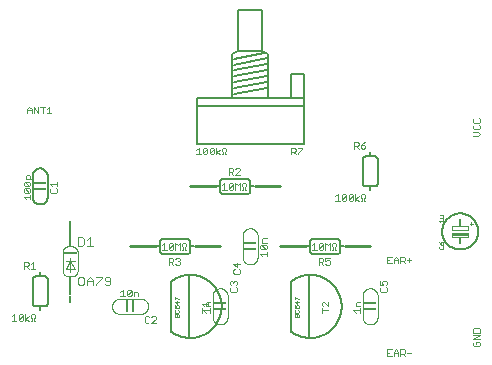
<source format=gto>
G75*
%MOIN*%
%OFA0B0*%
%FSLAX25Y25*%
%IPPOS*%
%LPD*%
%AMOC8*
5,1,8,0,0,1.08239X$1,22.5*
%
%ADD10C,0.00200*%
%ADD11C,0.00500*%
%ADD12R,0.04000X0.01000*%
%ADD13C,0.00300*%
%ADD14R,0.01000X0.04000*%
%ADD15R,0.05400X0.00900*%
%ADD16C,0.00100*%
%ADD17C,0.00400*%
%ADD18R,0.05000X0.01000*%
%ADD19R,0.00800X0.06100*%
%ADD20C,0.00600*%
%ADD21R,0.01000X0.01500*%
%ADD22C,0.01000*%
%ADD23R,0.01500X0.01000*%
%ADD24C,0.00800*%
D10*
X0001629Y0016200D02*
X0003097Y0016200D01*
X0002363Y0016200D02*
X0002363Y0018402D01*
X0001629Y0017668D01*
X0003839Y0018035D02*
X0003839Y0016567D01*
X0005307Y0018035D01*
X0005307Y0016567D01*
X0004940Y0016200D01*
X0004206Y0016200D01*
X0003839Y0016567D01*
X0003839Y0018035D02*
X0004206Y0018402D01*
X0004940Y0018402D01*
X0005307Y0018035D01*
X0006049Y0018402D02*
X0006049Y0016200D01*
X0006049Y0016934D02*
X0007149Y0017668D01*
X0007890Y0018035D02*
X0008257Y0018402D01*
X0008991Y0018402D01*
X0009358Y0018035D01*
X0009358Y0017301D01*
X0008991Y0016934D01*
X0008991Y0016200D01*
X0009358Y0016200D01*
X0008257Y0016200D02*
X0008257Y0016934D01*
X0007890Y0017301D01*
X0007890Y0018035D01*
X0007890Y0016200D02*
X0008257Y0016200D01*
X0007149Y0016200D02*
X0006049Y0016934D01*
X0005680Y0033600D02*
X0005680Y0035802D01*
X0006781Y0035802D01*
X0007148Y0035435D01*
X0007148Y0034701D01*
X0006781Y0034334D01*
X0005680Y0034334D01*
X0006414Y0034334D02*
X0007148Y0033600D01*
X0007890Y0033600D02*
X0009358Y0033600D01*
X0008624Y0033600D02*
X0008624Y0035802D01*
X0007890Y0035068D01*
X0007700Y0056680D02*
X0007700Y0058148D01*
X0007700Y0057414D02*
X0005498Y0057414D01*
X0006232Y0056680D01*
X0005865Y0058890D02*
X0005498Y0059257D01*
X0005498Y0059991D01*
X0005865Y0060358D01*
X0007333Y0058890D01*
X0007700Y0059257D01*
X0007700Y0059991D01*
X0007333Y0060358D01*
X0005865Y0060358D01*
X0005865Y0061100D02*
X0005498Y0061467D01*
X0005498Y0062201D01*
X0005865Y0062568D01*
X0007333Y0061100D01*
X0007700Y0061467D01*
X0007700Y0062201D01*
X0007333Y0062568D01*
X0005865Y0062568D01*
X0006232Y0063310D02*
X0006232Y0064411D01*
X0006599Y0064778D01*
X0007333Y0064778D01*
X0007700Y0064411D01*
X0007700Y0063310D01*
X0008434Y0063310D02*
X0006232Y0063310D01*
X0005865Y0061100D02*
X0007333Y0061100D01*
X0007333Y0058890D02*
X0005865Y0058890D01*
X0014298Y0059257D02*
X0014665Y0058890D01*
X0016133Y0058890D01*
X0016500Y0059257D01*
X0016500Y0059991D01*
X0016133Y0060358D01*
X0016500Y0061100D02*
X0016500Y0062568D01*
X0016500Y0061834D02*
X0014298Y0061834D01*
X0015032Y0061100D01*
X0014665Y0060358D02*
X0014298Y0059991D01*
X0014298Y0059257D01*
X0014044Y0085350D02*
X0014044Y0087552D01*
X0013310Y0086818D01*
X0012568Y0087552D02*
X0011100Y0087552D01*
X0011834Y0087552D02*
X0011834Y0085350D01*
X0013310Y0085350D02*
X0014778Y0085350D01*
X0010358Y0085350D02*
X0010358Y0087552D01*
X0008890Y0087552D02*
X0010358Y0085350D01*
X0008890Y0085350D02*
X0008890Y0087552D01*
X0008148Y0086818D02*
X0008148Y0085350D01*
X0008148Y0086451D02*
X0006680Y0086451D01*
X0006680Y0086818D02*
X0007414Y0087552D01*
X0008148Y0086818D01*
X0006680Y0086818D02*
X0006680Y0085350D01*
X0063100Y0073168D02*
X0063834Y0073902D01*
X0063834Y0071700D01*
X0063100Y0071700D02*
X0064568Y0071700D01*
X0065310Y0072067D02*
X0065310Y0073535D01*
X0065677Y0073902D01*
X0066411Y0073902D01*
X0066778Y0073535D01*
X0065310Y0072067D01*
X0065677Y0071700D01*
X0066411Y0071700D01*
X0066778Y0072067D01*
X0066778Y0073535D01*
X0067520Y0073535D02*
X0067887Y0073902D01*
X0068621Y0073902D01*
X0068988Y0073535D01*
X0067520Y0072067D01*
X0067887Y0071700D01*
X0068621Y0071700D01*
X0068988Y0072067D01*
X0068988Y0073535D01*
X0069730Y0073902D02*
X0069730Y0071700D01*
X0069730Y0072434D02*
X0070831Y0073168D01*
X0071571Y0072801D02*
X0071571Y0073535D01*
X0071938Y0073902D01*
X0072672Y0073902D01*
X0073039Y0073535D01*
X0073039Y0072801D01*
X0072672Y0072434D01*
X0072672Y0071700D01*
X0073039Y0071700D01*
X0071938Y0071700D02*
X0071938Y0072434D01*
X0071571Y0072801D01*
X0071571Y0071700D02*
X0071938Y0071700D01*
X0070831Y0071700D02*
X0069730Y0072434D01*
X0067520Y0072067D02*
X0067520Y0073535D01*
X0073890Y0067102D02*
X0074991Y0067102D01*
X0075358Y0066735D01*
X0075358Y0066001D01*
X0074991Y0065634D01*
X0073890Y0065634D01*
X0073890Y0064900D02*
X0073890Y0067102D01*
X0074624Y0065634D02*
X0075358Y0064900D01*
X0076100Y0064900D02*
X0077568Y0066368D01*
X0077568Y0066735D01*
X0077201Y0067102D01*
X0076467Y0067102D01*
X0076100Y0066735D01*
X0076100Y0064900D02*
X0077568Y0064900D01*
X0077568Y0062102D02*
X0077568Y0059900D01*
X0078310Y0059900D02*
X0078677Y0059900D01*
X0078677Y0060634D01*
X0078310Y0061001D01*
X0078310Y0061735D01*
X0078677Y0062102D01*
X0079411Y0062102D01*
X0079778Y0061735D01*
X0079778Y0061001D01*
X0079411Y0060634D01*
X0079411Y0059900D01*
X0079778Y0059900D01*
X0077568Y0062102D02*
X0076834Y0061368D01*
X0076100Y0062102D01*
X0076100Y0059900D01*
X0075358Y0060267D02*
X0074991Y0059900D01*
X0074257Y0059900D01*
X0073890Y0060267D01*
X0075358Y0061735D01*
X0075358Y0060267D01*
X0073890Y0060267D02*
X0073890Y0061735D01*
X0074257Y0062102D01*
X0074991Y0062102D01*
X0075358Y0061735D01*
X0073148Y0059900D02*
X0071680Y0059900D01*
X0072414Y0059900D02*
X0072414Y0062102D01*
X0071680Y0061368D01*
X0094680Y0071700D02*
X0094680Y0073902D01*
X0095781Y0073902D01*
X0096148Y0073535D01*
X0096148Y0072801D01*
X0095781Y0072434D01*
X0094680Y0072434D01*
X0095414Y0072434D02*
X0096148Y0071700D01*
X0096890Y0071700D02*
X0096890Y0072067D01*
X0098358Y0073535D01*
X0098358Y0073902D01*
X0096890Y0073902D01*
X0115680Y0073600D02*
X0115680Y0075802D01*
X0116781Y0075802D01*
X0117148Y0075435D01*
X0117148Y0074701D01*
X0116781Y0074334D01*
X0115680Y0074334D01*
X0116414Y0074334D02*
X0117148Y0073600D01*
X0117890Y0073967D02*
X0118257Y0073600D01*
X0118991Y0073600D01*
X0119358Y0073967D01*
X0119358Y0074334D01*
X0118991Y0074701D01*
X0117890Y0074701D01*
X0117890Y0073967D01*
X0117890Y0074701D02*
X0118624Y0075435D01*
X0119358Y0075802D01*
X0118991Y0058402D02*
X0118257Y0058402D01*
X0117890Y0058035D01*
X0117890Y0057301D01*
X0118257Y0056934D01*
X0118257Y0056200D01*
X0117890Y0056200D01*
X0117149Y0056200D02*
X0116049Y0056934D01*
X0117149Y0057668D01*
X0116049Y0058402D02*
X0116049Y0056200D01*
X0115307Y0056567D02*
X0114940Y0056200D01*
X0114206Y0056200D01*
X0113839Y0056567D01*
X0115307Y0058035D01*
X0115307Y0056567D01*
X0115307Y0058035D02*
X0114940Y0058402D01*
X0114206Y0058402D01*
X0113839Y0058035D01*
X0113839Y0056567D01*
X0113097Y0056567D02*
X0113097Y0058035D01*
X0111629Y0056567D01*
X0111996Y0056200D01*
X0112730Y0056200D01*
X0113097Y0056567D01*
X0113097Y0058035D02*
X0112730Y0058402D01*
X0111996Y0058402D01*
X0111629Y0058035D01*
X0111629Y0056567D01*
X0110887Y0056200D02*
X0109419Y0056200D01*
X0110153Y0056200D02*
X0110153Y0058402D01*
X0109419Y0057668D01*
X0118991Y0058402D02*
X0119358Y0058035D01*
X0119358Y0057301D01*
X0118991Y0056934D01*
X0118991Y0056200D01*
X0119358Y0056200D01*
X0109411Y0042102D02*
X0109778Y0041735D01*
X0109778Y0041001D01*
X0109411Y0040634D01*
X0109411Y0039900D01*
X0109778Y0039900D01*
X0108677Y0039900D02*
X0108677Y0040634D01*
X0108310Y0041001D01*
X0108310Y0041735D01*
X0108677Y0042102D01*
X0109411Y0042102D01*
X0107568Y0042102D02*
X0107568Y0039900D01*
X0108310Y0039900D02*
X0108677Y0039900D01*
X0106834Y0041368D02*
X0107568Y0042102D01*
X0106834Y0041368D02*
X0106100Y0042102D01*
X0106100Y0039900D01*
X0105358Y0040267D02*
X0104991Y0039900D01*
X0104257Y0039900D01*
X0103890Y0040267D01*
X0105358Y0041735D01*
X0105358Y0040267D01*
X0105358Y0041735D02*
X0104991Y0042102D01*
X0104257Y0042102D01*
X0103890Y0041735D01*
X0103890Y0040267D01*
X0103148Y0039900D02*
X0101680Y0039900D01*
X0102414Y0039900D02*
X0102414Y0042102D01*
X0101680Y0041368D01*
X0103890Y0037102D02*
X0104991Y0037102D01*
X0105358Y0036735D01*
X0105358Y0036001D01*
X0104991Y0035634D01*
X0103890Y0035634D01*
X0103890Y0034900D02*
X0103890Y0037102D01*
X0104624Y0035634D02*
X0105358Y0034900D01*
X0106100Y0035267D02*
X0106467Y0034900D01*
X0107201Y0034900D01*
X0107568Y0035267D01*
X0107568Y0036001D01*
X0107201Y0036368D01*
X0106834Y0036368D01*
X0106100Y0036001D01*
X0106100Y0037102D01*
X0107568Y0037102D01*
X0124348Y0029568D02*
X0124348Y0028100D01*
X0125449Y0028100D01*
X0125082Y0028834D01*
X0125082Y0029201D01*
X0125449Y0029568D01*
X0126183Y0029568D01*
X0126550Y0029201D01*
X0126550Y0028467D01*
X0126183Y0028100D01*
X0126183Y0027358D02*
X0126550Y0026991D01*
X0126550Y0026257D01*
X0126183Y0025890D01*
X0124715Y0025890D01*
X0124348Y0026257D01*
X0124348Y0026991D01*
X0124715Y0027358D01*
X0117650Y0022568D02*
X0116549Y0022568D01*
X0116182Y0022201D01*
X0116182Y0021100D01*
X0117650Y0021100D01*
X0117650Y0020358D02*
X0117650Y0018890D01*
X0117650Y0019624D02*
X0115448Y0019624D01*
X0116182Y0018890D01*
X0107100Y0019624D02*
X0104898Y0019624D01*
X0104898Y0018890D02*
X0104898Y0020358D01*
X0105265Y0021100D02*
X0104898Y0021467D01*
X0104898Y0022201D01*
X0105265Y0022568D01*
X0105632Y0022568D01*
X0107100Y0021100D01*
X0107100Y0022568D01*
X0097200Y0022537D02*
X0095799Y0022537D01*
X0096499Y0021837D01*
X0096499Y0022771D01*
X0096966Y0023310D02*
X0097200Y0023310D01*
X0096966Y0023310D02*
X0096032Y0024244D01*
X0095799Y0024244D01*
X0095799Y0023310D01*
X0095799Y0021297D02*
X0095799Y0020363D01*
X0096499Y0020363D01*
X0096266Y0020830D01*
X0096266Y0021064D01*
X0096499Y0021297D01*
X0096966Y0021297D01*
X0097200Y0021064D01*
X0097200Y0020597D01*
X0096966Y0020363D01*
X0096966Y0019824D02*
X0097200Y0019591D01*
X0097200Y0019124D01*
X0096966Y0018890D01*
X0096032Y0018890D01*
X0095799Y0019124D01*
X0095799Y0019591D01*
X0096032Y0019824D01*
X0096032Y0018351D02*
X0096266Y0018351D01*
X0096499Y0018117D01*
X0096499Y0017417D01*
X0095799Y0017417D02*
X0095799Y0018117D01*
X0096032Y0018351D01*
X0096499Y0018117D02*
X0096733Y0018351D01*
X0096966Y0018351D01*
X0097200Y0018117D01*
X0097200Y0017417D01*
X0095799Y0017417D01*
X0076550Y0026257D02*
X0076550Y0026991D01*
X0076183Y0027358D01*
X0076183Y0028100D02*
X0076550Y0028467D01*
X0076550Y0029201D01*
X0076183Y0029568D01*
X0075816Y0029568D01*
X0075449Y0029201D01*
X0075449Y0028834D01*
X0075449Y0029201D02*
X0075082Y0029568D01*
X0074715Y0029568D01*
X0074348Y0029201D01*
X0074348Y0028467D01*
X0074715Y0028100D01*
X0074715Y0027358D02*
X0074348Y0026991D01*
X0074348Y0026257D01*
X0074715Y0025890D01*
X0076183Y0025890D01*
X0076550Y0026257D01*
X0075815Y0031890D02*
X0077283Y0031890D01*
X0077650Y0032257D01*
X0077650Y0032991D01*
X0077283Y0033358D01*
X0076549Y0034100D02*
X0076549Y0035568D01*
X0077650Y0035201D02*
X0075448Y0035201D01*
X0076549Y0034100D01*
X0075815Y0033358D02*
X0075448Y0032991D01*
X0075448Y0032257D01*
X0075815Y0031890D01*
X0084348Y0038519D02*
X0086550Y0038519D01*
X0086550Y0037785D02*
X0086550Y0039253D01*
X0086183Y0039995D02*
X0084715Y0041463D01*
X0086183Y0041463D01*
X0086550Y0041096D01*
X0086550Y0040362D01*
X0086183Y0039995D01*
X0084715Y0039995D01*
X0084348Y0040362D01*
X0084348Y0041096D01*
X0084715Y0041463D01*
X0085082Y0042205D02*
X0085082Y0043306D01*
X0085449Y0043673D01*
X0086550Y0043673D01*
X0086550Y0042205D02*
X0085082Y0042205D01*
X0084348Y0038519D02*
X0085082Y0037785D01*
X0067650Y0022568D02*
X0066549Y0022568D01*
X0066182Y0022201D01*
X0066182Y0021100D01*
X0067650Y0021100D01*
X0067100Y0021100D02*
X0067100Y0022568D01*
X0067100Y0021834D02*
X0064898Y0021834D01*
X0065632Y0021100D01*
X0064898Y0020358D02*
X0064898Y0018890D01*
X0064898Y0019624D02*
X0067100Y0019624D01*
X0067650Y0019624D02*
X0065448Y0019624D01*
X0066182Y0018890D01*
X0067650Y0018890D02*
X0067650Y0020358D01*
X0057200Y0020597D02*
X0056966Y0020363D01*
X0057200Y0020597D02*
X0057200Y0021064D01*
X0056966Y0021297D01*
X0056499Y0021297D01*
X0056266Y0021064D01*
X0056266Y0020830D01*
X0056499Y0020363D01*
X0055799Y0020363D01*
X0055799Y0021297D01*
X0056499Y0021837D02*
X0056499Y0022771D01*
X0056966Y0023310D02*
X0056032Y0024244D01*
X0055799Y0024244D01*
X0055799Y0023310D01*
X0055799Y0022537D02*
X0056499Y0021837D01*
X0055799Y0022537D02*
X0057200Y0022537D01*
X0057200Y0023310D02*
X0056966Y0023310D01*
X0056966Y0019824D02*
X0057200Y0019591D01*
X0057200Y0019124D01*
X0056966Y0018890D01*
X0056032Y0018890D01*
X0055799Y0019124D01*
X0055799Y0019591D01*
X0056032Y0019824D01*
X0056032Y0018351D02*
X0056266Y0018351D01*
X0056499Y0018117D01*
X0056499Y0017417D01*
X0055799Y0017417D02*
X0055799Y0018117D01*
X0056032Y0018351D01*
X0056499Y0018117D02*
X0056733Y0018351D01*
X0056966Y0018351D01*
X0057200Y0018117D01*
X0057200Y0017417D01*
X0055799Y0017417D01*
X0049568Y0017285D02*
X0049568Y0016918D01*
X0048100Y0015450D01*
X0049568Y0015450D01*
X0047358Y0015817D02*
X0046991Y0015450D01*
X0046257Y0015450D01*
X0045890Y0015817D01*
X0045890Y0017285D01*
X0046257Y0017652D01*
X0046991Y0017652D01*
X0047358Y0017285D01*
X0048100Y0017285D02*
X0048467Y0017652D01*
X0049201Y0017652D01*
X0049568Y0017285D01*
X0043673Y0024350D02*
X0043673Y0025451D01*
X0043306Y0025818D01*
X0042205Y0025818D01*
X0042205Y0024350D01*
X0041463Y0024717D02*
X0041463Y0026185D01*
X0039995Y0024717D01*
X0040362Y0024350D01*
X0041096Y0024350D01*
X0041463Y0024717D01*
X0041463Y0026185D02*
X0041096Y0026552D01*
X0040362Y0026552D01*
X0039995Y0026185D01*
X0039995Y0024717D01*
X0039253Y0024350D02*
X0037785Y0024350D01*
X0038519Y0024350D02*
X0038519Y0026552D01*
X0037785Y0025818D01*
X0053890Y0034900D02*
X0053890Y0037102D01*
X0054991Y0037102D01*
X0055358Y0036735D01*
X0055358Y0036001D01*
X0054991Y0035634D01*
X0053890Y0035634D01*
X0054624Y0035634D02*
X0055358Y0034900D01*
X0056100Y0035267D02*
X0056467Y0034900D01*
X0057201Y0034900D01*
X0057568Y0035267D01*
X0057568Y0035634D01*
X0057201Y0036001D01*
X0056834Y0036001D01*
X0057201Y0036001D02*
X0057568Y0036368D01*
X0057568Y0036735D01*
X0057201Y0037102D01*
X0056467Y0037102D01*
X0056100Y0036735D01*
X0056100Y0039900D02*
X0056100Y0042102D01*
X0056834Y0041368D01*
X0057568Y0042102D01*
X0057568Y0039900D01*
X0058310Y0039900D02*
X0058677Y0039900D01*
X0058677Y0040634D01*
X0058310Y0041001D01*
X0058310Y0041735D01*
X0058677Y0042102D01*
X0059411Y0042102D01*
X0059778Y0041735D01*
X0059778Y0041001D01*
X0059411Y0040634D01*
X0059411Y0039900D01*
X0059778Y0039900D01*
X0055358Y0040267D02*
X0055358Y0041735D01*
X0053890Y0040267D01*
X0054257Y0039900D01*
X0054991Y0039900D01*
X0055358Y0040267D01*
X0055358Y0041735D02*
X0054991Y0042102D01*
X0054257Y0042102D01*
X0053890Y0041735D01*
X0053890Y0040267D01*
X0053148Y0039900D02*
X0051680Y0039900D01*
X0052414Y0039900D02*
X0052414Y0042102D01*
X0051680Y0041368D01*
X0126680Y0037552D02*
X0126680Y0035350D01*
X0128148Y0035350D01*
X0128890Y0035350D02*
X0128890Y0036818D01*
X0129624Y0037552D01*
X0130358Y0036818D01*
X0130358Y0035350D01*
X0131100Y0035350D02*
X0131100Y0037552D01*
X0132201Y0037552D01*
X0132568Y0037185D01*
X0132568Y0036451D01*
X0132201Y0036084D01*
X0131100Y0036084D01*
X0131834Y0036084D02*
X0132568Y0035350D01*
X0133310Y0036451D02*
X0134778Y0036451D01*
X0134044Y0037185D02*
X0134044Y0035717D01*
X0130358Y0036451D02*
X0128890Y0036451D01*
X0128148Y0037552D02*
X0126680Y0037552D01*
X0126680Y0036451D02*
X0127414Y0036451D01*
X0155348Y0013306D02*
X0155715Y0013673D01*
X0157183Y0013673D01*
X0157550Y0013306D01*
X0157550Y0012205D01*
X0155348Y0012205D01*
X0155348Y0013306D01*
X0155348Y0011463D02*
X0157550Y0011463D01*
X0155348Y0009995D01*
X0157550Y0009995D01*
X0157183Y0009253D02*
X0156449Y0009253D01*
X0156449Y0008519D01*
X0155715Y0007785D02*
X0155348Y0008152D01*
X0155348Y0008886D01*
X0155715Y0009253D01*
X0155715Y0007785D02*
X0157183Y0007785D01*
X0157550Y0008152D01*
X0157550Y0008886D01*
X0157183Y0009253D01*
X0134778Y0005551D02*
X0133310Y0005551D01*
X0132568Y0005551D02*
X0132568Y0006285D01*
X0132201Y0006652D01*
X0131100Y0006652D01*
X0131100Y0004450D01*
X0131100Y0005184D02*
X0132201Y0005184D01*
X0132568Y0005551D01*
X0131834Y0005184D02*
X0132568Y0004450D01*
X0130358Y0004450D02*
X0130358Y0005918D01*
X0129624Y0006652D01*
X0128890Y0005918D01*
X0128890Y0004450D01*
X0128148Y0004450D02*
X0126680Y0004450D01*
X0126680Y0006652D01*
X0128148Y0006652D01*
X0127414Y0005551D02*
X0126680Y0005551D01*
X0128890Y0005551D02*
X0130358Y0005551D01*
X0155348Y0077785D02*
X0156816Y0077785D01*
X0157550Y0078519D01*
X0156816Y0079253D01*
X0155348Y0079253D01*
X0155715Y0079995D02*
X0155348Y0080362D01*
X0155348Y0081096D01*
X0155715Y0081463D01*
X0155715Y0082205D02*
X0157183Y0082205D01*
X0157550Y0082572D01*
X0157550Y0083306D01*
X0157183Y0083673D01*
X0155715Y0083673D02*
X0155348Y0083306D01*
X0155348Y0082572D01*
X0155715Y0082205D01*
X0157183Y0081463D02*
X0157550Y0081096D01*
X0157550Y0080362D01*
X0157183Y0079995D01*
X0155715Y0079995D01*
D11*
X0151000Y0050000D02*
X0151000Y0047900D01*
X0145000Y0046000D02*
X0145002Y0046154D01*
X0145008Y0046309D01*
X0145018Y0046463D01*
X0145032Y0046617D01*
X0145050Y0046770D01*
X0145071Y0046923D01*
X0145097Y0047076D01*
X0145127Y0047227D01*
X0145160Y0047378D01*
X0145198Y0047528D01*
X0145239Y0047677D01*
X0145284Y0047825D01*
X0145333Y0047971D01*
X0145386Y0048117D01*
X0145442Y0048260D01*
X0145502Y0048403D01*
X0145566Y0048543D01*
X0145633Y0048683D01*
X0145704Y0048820D01*
X0145778Y0048955D01*
X0145856Y0049089D01*
X0145937Y0049220D01*
X0146022Y0049349D01*
X0146110Y0049477D01*
X0146201Y0049601D01*
X0146295Y0049724D01*
X0146393Y0049844D01*
X0146493Y0049961D01*
X0146597Y0050076D01*
X0146703Y0050188D01*
X0146812Y0050297D01*
X0146924Y0050403D01*
X0147039Y0050507D01*
X0147156Y0050607D01*
X0147276Y0050705D01*
X0147399Y0050799D01*
X0147523Y0050890D01*
X0147651Y0050978D01*
X0147780Y0051063D01*
X0147911Y0051144D01*
X0148045Y0051222D01*
X0148180Y0051296D01*
X0148317Y0051367D01*
X0148457Y0051434D01*
X0148597Y0051498D01*
X0148740Y0051558D01*
X0148883Y0051614D01*
X0149029Y0051667D01*
X0149175Y0051716D01*
X0149323Y0051761D01*
X0149472Y0051802D01*
X0149622Y0051840D01*
X0149773Y0051873D01*
X0149924Y0051903D01*
X0150077Y0051929D01*
X0150230Y0051950D01*
X0150383Y0051968D01*
X0150537Y0051982D01*
X0150691Y0051992D01*
X0150846Y0051998D01*
X0151000Y0052000D01*
X0151154Y0051998D01*
X0151309Y0051992D01*
X0151463Y0051982D01*
X0151617Y0051968D01*
X0151770Y0051950D01*
X0151923Y0051929D01*
X0152076Y0051903D01*
X0152227Y0051873D01*
X0152378Y0051840D01*
X0152528Y0051802D01*
X0152677Y0051761D01*
X0152825Y0051716D01*
X0152971Y0051667D01*
X0153117Y0051614D01*
X0153260Y0051558D01*
X0153403Y0051498D01*
X0153543Y0051434D01*
X0153683Y0051367D01*
X0153820Y0051296D01*
X0153955Y0051222D01*
X0154089Y0051144D01*
X0154220Y0051063D01*
X0154349Y0050978D01*
X0154477Y0050890D01*
X0154601Y0050799D01*
X0154724Y0050705D01*
X0154844Y0050607D01*
X0154961Y0050507D01*
X0155076Y0050403D01*
X0155188Y0050297D01*
X0155297Y0050188D01*
X0155403Y0050076D01*
X0155507Y0049961D01*
X0155607Y0049844D01*
X0155705Y0049724D01*
X0155799Y0049601D01*
X0155890Y0049477D01*
X0155978Y0049349D01*
X0156063Y0049220D01*
X0156144Y0049089D01*
X0156222Y0048955D01*
X0156296Y0048820D01*
X0156367Y0048683D01*
X0156434Y0048543D01*
X0156498Y0048403D01*
X0156558Y0048260D01*
X0156614Y0048117D01*
X0156667Y0047971D01*
X0156716Y0047825D01*
X0156761Y0047677D01*
X0156802Y0047528D01*
X0156840Y0047378D01*
X0156873Y0047227D01*
X0156903Y0047076D01*
X0156929Y0046923D01*
X0156950Y0046770D01*
X0156968Y0046617D01*
X0156982Y0046463D01*
X0156992Y0046309D01*
X0156998Y0046154D01*
X0157000Y0046000D01*
X0156998Y0045846D01*
X0156992Y0045691D01*
X0156982Y0045537D01*
X0156968Y0045383D01*
X0156950Y0045230D01*
X0156929Y0045077D01*
X0156903Y0044924D01*
X0156873Y0044773D01*
X0156840Y0044622D01*
X0156802Y0044472D01*
X0156761Y0044323D01*
X0156716Y0044175D01*
X0156667Y0044029D01*
X0156614Y0043883D01*
X0156558Y0043740D01*
X0156498Y0043597D01*
X0156434Y0043457D01*
X0156367Y0043317D01*
X0156296Y0043180D01*
X0156222Y0043045D01*
X0156144Y0042911D01*
X0156063Y0042780D01*
X0155978Y0042651D01*
X0155890Y0042523D01*
X0155799Y0042399D01*
X0155705Y0042276D01*
X0155607Y0042156D01*
X0155507Y0042039D01*
X0155403Y0041924D01*
X0155297Y0041812D01*
X0155188Y0041703D01*
X0155076Y0041597D01*
X0154961Y0041493D01*
X0154844Y0041393D01*
X0154724Y0041295D01*
X0154601Y0041201D01*
X0154477Y0041110D01*
X0154349Y0041022D01*
X0154220Y0040937D01*
X0154089Y0040856D01*
X0153955Y0040778D01*
X0153820Y0040704D01*
X0153683Y0040633D01*
X0153543Y0040566D01*
X0153403Y0040502D01*
X0153260Y0040442D01*
X0153117Y0040386D01*
X0152971Y0040333D01*
X0152825Y0040284D01*
X0152677Y0040239D01*
X0152528Y0040198D01*
X0152378Y0040160D01*
X0152227Y0040127D01*
X0152076Y0040097D01*
X0151923Y0040071D01*
X0151770Y0040050D01*
X0151617Y0040032D01*
X0151463Y0040018D01*
X0151309Y0040008D01*
X0151154Y0040002D01*
X0151000Y0040000D01*
X0150846Y0040002D01*
X0150691Y0040008D01*
X0150537Y0040018D01*
X0150383Y0040032D01*
X0150230Y0040050D01*
X0150077Y0040071D01*
X0149924Y0040097D01*
X0149773Y0040127D01*
X0149622Y0040160D01*
X0149472Y0040198D01*
X0149323Y0040239D01*
X0149175Y0040284D01*
X0149029Y0040333D01*
X0148883Y0040386D01*
X0148740Y0040442D01*
X0148597Y0040502D01*
X0148457Y0040566D01*
X0148317Y0040633D01*
X0148180Y0040704D01*
X0148045Y0040778D01*
X0147911Y0040856D01*
X0147780Y0040937D01*
X0147651Y0041022D01*
X0147523Y0041110D01*
X0147399Y0041201D01*
X0147276Y0041295D01*
X0147156Y0041393D01*
X0147039Y0041493D01*
X0146924Y0041597D01*
X0146812Y0041703D01*
X0146703Y0041812D01*
X0146597Y0041924D01*
X0146493Y0042039D01*
X0146393Y0042156D01*
X0146295Y0042276D01*
X0146201Y0042399D01*
X0146110Y0042523D01*
X0146022Y0042651D01*
X0145937Y0042780D01*
X0145856Y0042911D01*
X0145778Y0043045D01*
X0145704Y0043180D01*
X0145633Y0043317D01*
X0145566Y0043457D01*
X0145502Y0043597D01*
X0145442Y0043740D01*
X0145386Y0043883D01*
X0145333Y0044029D01*
X0145284Y0044175D01*
X0145239Y0044323D01*
X0145198Y0044472D01*
X0145160Y0044622D01*
X0145127Y0044773D01*
X0145097Y0044924D01*
X0145071Y0045077D01*
X0145050Y0045230D01*
X0145032Y0045383D01*
X0145018Y0045537D01*
X0145008Y0045691D01*
X0145002Y0045846D01*
X0145000Y0046000D01*
X0151000Y0044250D02*
X0151000Y0042000D01*
X0100500Y0031488D02*
X0100500Y0010512D01*
X0094500Y0012752D02*
X0094500Y0029248D01*
X0094689Y0029394D01*
X0094882Y0029535D01*
X0095077Y0029672D01*
X0095276Y0029805D01*
X0095478Y0029933D01*
X0095683Y0030056D01*
X0095890Y0030175D01*
X0096100Y0030289D01*
X0096313Y0030398D01*
X0096528Y0030502D01*
X0100500Y0031488D02*
X0100756Y0031497D01*
X0101012Y0031500D01*
X0101268Y0031497D01*
X0101524Y0031487D01*
X0101779Y0031471D01*
X0102034Y0031449D01*
X0102289Y0031421D01*
X0102542Y0031386D01*
X0102795Y0031345D01*
X0103047Y0031299D01*
X0103297Y0031246D01*
X0103546Y0031187D01*
X0103794Y0031121D01*
X0104040Y0031050D01*
X0104284Y0030973D01*
X0104526Y0030890D01*
X0104766Y0030801D01*
X0105004Y0030707D01*
X0105239Y0030606D01*
X0105472Y0030500D01*
X0100500Y0031488D02*
X0100243Y0031473D01*
X0099986Y0031451D01*
X0099730Y0031423D01*
X0099475Y0031389D01*
X0099221Y0031348D01*
X0098968Y0031301D01*
X0098716Y0031248D01*
X0098465Y0031189D01*
X0098216Y0031124D01*
X0097969Y0031053D01*
X0097723Y0030976D01*
X0097479Y0030892D01*
X0097238Y0030803D01*
X0096999Y0030708D01*
X0096762Y0030607D01*
X0096528Y0030500D01*
X0100500Y0010512D02*
X0100756Y0010503D01*
X0101012Y0010500D01*
X0101268Y0010503D01*
X0101524Y0010513D01*
X0101779Y0010529D01*
X0102034Y0010551D01*
X0102289Y0010579D01*
X0102542Y0010614D01*
X0102795Y0010655D01*
X0103047Y0010701D01*
X0103297Y0010754D01*
X0103546Y0010813D01*
X0103794Y0010879D01*
X0104040Y0010950D01*
X0104284Y0011027D01*
X0104526Y0011110D01*
X0104766Y0011199D01*
X0105004Y0011293D01*
X0105239Y0011394D01*
X0105472Y0011500D01*
X0096622Y0011454D02*
X0096397Y0011561D01*
X0096174Y0011673D01*
X0095954Y0011790D01*
X0095737Y0011912D01*
X0095522Y0012040D01*
X0095311Y0012173D01*
X0095103Y0012310D01*
X0094899Y0012453D01*
X0094697Y0012600D01*
X0094500Y0012752D01*
X0105472Y0011500D02*
X0105702Y0011612D01*
X0105929Y0011729D01*
X0106153Y0011851D01*
X0106374Y0011979D01*
X0106591Y0012113D01*
X0106806Y0012251D01*
X0107017Y0012395D01*
X0107224Y0012544D01*
X0107428Y0012698D01*
X0107628Y0012856D01*
X0107824Y0013020D01*
X0108016Y0013188D01*
X0108204Y0013361D01*
X0108388Y0013539D01*
X0108567Y0013720D01*
X0108742Y0013907D01*
X0108912Y0014097D01*
X0109077Y0014291D01*
X0109238Y0014490D01*
X0109394Y0014692D01*
X0109545Y0014898D01*
X0109691Y0015108D01*
X0109831Y0015321D01*
X0109967Y0015537D01*
X0110097Y0015757D01*
X0110222Y0015980D01*
X0110341Y0016205D01*
X0110455Y0016434D01*
X0110563Y0016665D01*
X0110666Y0016899D01*
X0110763Y0017135D01*
X0110854Y0017374D01*
X0110939Y0017614D01*
X0111019Y0017857D01*
X0111092Y0018102D01*
X0111160Y0018348D01*
X0111221Y0018596D01*
X0111276Y0018845D01*
X0111326Y0019095D01*
X0111369Y0019347D01*
X0111406Y0019600D01*
X0111437Y0019853D01*
X0111462Y0020107D01*
X0111481Y0020362D01*
X0111493Y0020617D01*
X0111499Y0020872D01*
X0111499Y0021128D01*
X0111493Y0021383D01*
X0111481Y0021638D01*
X0111462Y0021893D01*
X0111437Y0022147D01*
X0111406Y0022400D01*
X0111369Y0022653D01*
X0111326Y0022905D01*
X0111276Y0023155D01*
X0111221Y0023404D01*
X0111160Y0023652D01*
X0111092Y0023898D01*
X0111019Y0024143D01*
X0110939Y0024386D01*
X0110854Y0024626D01*
X0110763Y0024865D01*
X0110666Y0025101D01*
X0110563Y0025335D01*
X0110455Y0025566D01*
X0110341Y0025795D01*
X0110222Y0026020D01*
X0110097Y0026243D01*
X0109967Y0026463D01*
X0109831Y0026679D01*
X0109691Y0026892D01*
X0109545Y0027102D01*
X0109394Y0027308D01*
X0109238Y0027510D01*
X0109077Y0027709D01*
X0108912Y0027903D01*
X0108742Y0028093D01*
X0108567Y0028280D01*
X0108388Y0028461D01*
X0108204Y0028639D01*
X0108016Y0028812D01*
X0107824Y0028980D01*
X0107628Y0029144D01*
X0107428Y0029302D01*
X0107224Y0029456D01*
X0107017Y0029605D01*
X0106806Y0029749D01*
X0106591Y0029887D01*
X0106374Y0030021D01*
X0106153Y0030149D01*
X0105929Y0030271D01*
X0105702Y0030388D01*
X0105472Y0030500D01*
X0100500Y0010512D02*
X0100243Y0010527D01*
X0099986Y0010549D01*
X0099730Y0010577D01*
X0099475Y0010611D01*
X0099221Y0010652D01*
X0098968Y0010699D01*
X0098716Y0010752D01*
X0098465Y0010811D01*
X0098216Y0010876D01*
X0097969Y0010947D01*
X0097723Y0011024D01*
X0097479Y0011108D01*
X0097238Y0011197D01*
X0096999Y0011292D01*
X0096762Y0011393D01*
X0096528Y0011500D01*
X0060500Y0010512D02*
X0060500Y0031488D01*
X0054500Y0029248D02*
X0054500Y0012752D01*
X0054697Y0012600D01*
X0054899Y0012453D01*
X0055103Y0012310D01*
X0055311Y0012173D01*
X0055522Y0012040D01*
X0055737Y0011912D01*
X0055954Y0011790D01*
X0056174Y0011673D01*
X0056397Y0011561D01*
X0056622Y0011454D01*
X0060500Y0010512D02*
X0060756Y0010503D01*
X0061012Y0010500D01*
X0061268Y0010503D01*
X0061524Y0010513D01*
X0061779Y0010529D01*
X0062034Y0010551D01*
X0062289Y0010579D01*
X0062542Y0010614D01*
X0062795Y0010655D01*
X0063047Y0010701D01*
X0063297Y0010754D01*
X0063546Y0010813D01*
X0063794Y0010879D01*
X0064040Y0010950D01*
X0064284Y0011027D01*
X0064526Y0011110D01*
X0064766Y0011199D01*
X0065004Y0011293D01*
X0065239Y0011394D01*
X0065472Y0011500D01*
X0060500Y0010512D02*
X0060243Y0010527D01*
X0059986Y0010549D01*
X0059730Y0010577D01*
X0059475Y0010611D01*
X0059221Y0010652D01*
X0058968Y0010699D01*
X0058716Y0010752D01*
X0058465Y0010811D01*
X0058216Y0010876D01*
X0057969Y0010947D01*
X0057723Y0011024D01*
X0057479Y0011108D01*
X0057238Y0011197D01*
X0056999Y0011292D01*
X0056762Y0011393D01*
X0056528Y0011500D01*
X0060500Y0031488D02*
X0060756Y0031497D01*
X0061012Y0031500D01*
X0061268Y0031497D01*
X0061524Y0031487D01*
X0061779Y0031471D01*
X0062034Y0031449D01*
X0062289Y0031421D01*
X0062542Y0031386D01*
X0062795Y0031345D01*
X0063047Y0031299D01*
X0063297Y0031246D01*
X0063546Y0031187D01*
X0063794Y0031121D01*
X0064040Y0031050D01*
X0064284Y0030973D01*
X0064526Y0030890D01*
X0064766Y0030801D01*
X0065004Y0030707D01*
X0065239Y0030606D01*
X0065472Y0030500D01*
X0056528Y0030502D02*
X0056313Y0030398D01*
X0056100Y0030289D01*
X0055890Y0030175D01*
X0055683Y0030056D01*
X0055478Y0029933D01*
X0055276Y0029805D01*
X0055077Y0029672D01*
X0054882Y0029535D01*
X0054689Y0029394D01*
X0054500Y0029248D01*
X0065472Y0030500D02*
X0065702Y0030388D01*
X0065929Y0030271D01*
X0066153Y0030149D01*
X0066374Y0030021D01*
X0066591Y0029887D01*
X0066806Y0029749D01*
X0067017Y0029605D01*
X0067224Y0029456D01*
X0067428Y0029302D01*
X0067628Y0029144D01*
X0067824Y0028980D01*
X0068016Y0028812D01*
X0068204Y0028639D01*
X0068388Y0028461D01*
X0068567Y0028280D01*
X0068742Y0028093D01*
X0068912Y0027903D01*
X0069077Y0027709D01*
X0069238Y0027510D01*
X0069394Y0027308D01*
X0069545Y0027102D01*
X0069691Y0026892D01*
X0069831Y0026679D01*
X0069967Y0026463D01*
X0070097Y0026243D01*
X0070222Y0026020D01*
X0070341Y0025795D01*
X0070455Y0025566D01*
X0070563Y0025335D01*
X0070666Y0025101D01*
X0070763Y0024865D01*
X0070854Y0024626D01*
X0070939Y0024386D01*
X0071019Y0024143D01*
X0071092Y0023898D01*
X0071160Y0023652D01*
X0071221Y0023404D01*
X0071276Y0023155D01*
X0071326Y0022905D01*
X0071369Y0022653D01*
X0071406Y0022400D01*
X0071437Y0022147D01*
X0071462Y0021893D01*
X0071481Y0021638D01*
X0071493Y0021383D01*
X0071499Y0021128D01*
X0071499Y0020872D01*
X0071493Y0020617D01*
X0071481Y0020362D01*
X0071462Y0020107D01*
X0071437Y0019853D01*
X0071406Y0019600D01*
X0071369Y0019347D01*
X0071326Y0019095D01*
X0071276Y0018845D01*
X0071221Y0018596D01*
X0071160Y0018348D01*
X0071092Y0018102D01*
X0071019Y0017857D01*
X0070939Y0017614D01*
X0070854Y0017374D01*
X0070763Y0017135D01*
X0070666Y0016899D01*
X0070563Y0016665D01*
X0070455Y0016434D01*
X0070341Y0016205D01*
X0070222Y0015980D01*
X0070097Y0015757D01*
X0069967Y0015537D01*
X0069831Y0015321D01*
X0069691Y0015108D01*
X0069545Y0014898D01*
X0069394Y0014692D01*
X0069238Y0014490D01*
X0069077Y0014291D01*
X0068912Y0014097D01*
X0068742Y0013907D01*
X0068567Y0013720D01*
X0068388Y0013539D01*
X0068204Y0013361D01*
X0068016Y0013188D01*
X0067824Y0013020D01*
X0067628Y0012856D01*
X0067428Y0012698D01*
X0067224Y0012544D01*
X0067017Y0012395D01*
X0066806Y0012251D01*
X0066591Y0012113D01*
X0066374Y0011979D01*
X0066153Y0011851D01*
X0065929Y0011729D01*
X0065702Y0011612D01*
X0065472Y0011500D01*
X0060500Y0031488D02*
X0060243Y0031473D01*
X0059986Y0031451D01*
X0059730Y0031423D01*
X0059475Y0031389D01*
X0059221Y0031348D01*
X0058968Y0031301D01*
X0058716Y0031248D01*
X0058465Y0031189D01*
X0058216Y0031124D01*
X0057969Y0031053D01*
X0057723Y0030976D01*
X0057479Y0030892D01*
X0057238Y0030803D01*
X0056999Y0030708D01*
X0056762Y0030607D01*
X0056528Y0030500D01*
X0021000Y0024500D02*
X0021000Y0022500D01*
X0021000Y0047500D02*
X0021000Y0049500D01*
X0013500Y0057500D02*
X0013500Y0064500D01*
X0013498Y0064598D01*
X0013492Y0064696D01*
X0013483Y0064794D01*
X0013469Y0064891D01*
X0013452Y0064988D01*
X0013431Y0065084D01*
X0013406Y0065179D01*
X0013378Y0065273D01*
X0013345Y0065365D01*
X0013310Y0065457D01*
X0013270Y0065547D01*
X0013228Y0065635D01*
X0013181Y0065722D01*
X0013132Y0065806D01*
X0013079Y0065889D01*
X0013023Y0065969D01*
X0012963Y0066048D01*
X0012901Y0066124D01*
X0012836Y0066197D01*
X0012768Y0066268D01*
X0012697Y0066336D01*
X0012624Y0066401D01*
X0012548Y0066463D01*
X0012469Y0066523D01*
X0012389Y0066579D01*
X0012306Y0066632D01*
X0012222Y0066681D01*
X0012135Y0066728D01*
X0012047Y0066770D01*
X0011957Y0066810D01*
X0011865Y0066845D01*
X0011773Y0066878D01*
X0011679Y0066906D01*
X0011584Y0066931D01*
X0011488Y0066952D01*
X0011391Y0066969D01*
X0011294Y0066983D01*
X0011196Y0066992D01*
X0011098Y0066998D01*
X0011000Y0067000D01*
X0010902Y0066998D01*
X0010804Y0066992D01*
X0010706Y0066983D01*
X0010609Y0066969D01*
X0010512Y0066952D01*
X0010416Y0066931D01*
X0010321Y0066906D01*
X0010227Y0066878D01*
X0010135Y0066845D01*
X0010043Y0066810D01*
X0009953Y0066770D01*
X0009865Y0066728D01*
X0009778Y0066681D01*
X0009694Y0066632D01*
X0009611Y0066579D01*
X0009531Y0066523D01*
X0009452Y0066463D01*
X0009376Y0066401D01*
X0009303Y0066336D01*
X0009232Y0066268D01*
X0009164Y0066197D01*
X0009099Y0066124D01*
X0009037Y0066048D01*
X0008977Y0065969D01*
X0008921Y0065889D01*
X0008868Y0065806D01*
X0008819Y0065722D01*
X0008772Y0065635D01*
X0008730Y0065547D01*
X0008690Y0065457D01*
X0008655Y0065365D01*
X0008622Y0065273D01*
X0008594Y0065179D01*
X0008569Y0065084D01*
X0008548Y0064988D01*
X0008531Y0064891D01*
X0008517Y0064794D01*
X0008508Y0064696D01*
X0008502Y0064598D01*
X0008500Y0064500D01*
X0008500Y0057500D01*
X0008502Y0057402D01*
X0008508Y0057304D01*
X0008517Y0057206D01*
X0008531Y0057109D01*
X0008548Y0057012D01*
X0008569Y0056916D01*
X0008594Y0056821D01*
X0008622Y0056727D01*
X0008655Y0056635D01*
X0008690Y0056543D01*
X0008730Y0056453D01*
X0008772Y0056365D01*
X0008819Y0056278D01*
X0008868Y0056194D01*
X0008921Y0056111D01*
X0008977Y0056031D01*
X0009037Y0055952D01*
X0009099Y0055876D01*
X0009164Y0055803D01*
X0009232Y0055732D01*
X0009303Y0055664D01*
X0009376Y0055599D01*
X0009452Y0055537D01*
X0009531Y0055477D01*
X0009611Y0055421D01*
X0009694Y0055368D01*
X0009778Y0055319D01*
X0009865Y0055272D01*
X0009953Y0055230D01*
X0010043Y0055190D01*
X0010135Y0055155D01*
X0010227Y0055122D01*
X0010321Y0055094D01*
X0010416Y0055069D01*
X0010512Y0055048D01*
X0010609Y0055031D01*
X0010706Y0055017D01*
X0010804Y0055008D01*
X0010902Y0055002D01*
X0011000Y0055000D01*
X0011098Y0055002D01*
X0011196Y0055008D01*
X0011294Y0055017D01*
X0011391Y0055031D01*
X0011488Y0055048D01*
X0011584Y0055069D01*
X0011679Y0055094D01*
X0011773Y0055122D01*
X0011865Y0055155D01*
X0011957Y0055190D01*
X0012047Y0055230D01*
X0012135Y0055272D01*
X0012222Y0055319D01*
X0012306Y0055368D01*
X0012389Y0055421D01*
X0012469Y0055477D01*
X0012548Y0055537D01*
X0012624Y0055599D01*
X0012697Y0055664D01*
X0012768Y0055732D01*
X0012836Y0055803D01*
X0012901Y0055876D01*
X0012963Y0055952D01*
X0013023Y0056031D01*
X0013079Y0056111D01*
X0013132Y0056194D01*
X0013181Y0056278D01*
X0013228Y0056365D01*
X0013270Y0056453D01*
X0013310Y0056543D01*
X0013345Y0056635D01*
X0013378Y0056727D01*
X0013406Y0056821D01*
X0013431Y0056916D01*
X0013452Y0057012D01*
X0013469Y0057109D01*
X0013483Y0057206D01*
X0013492Y0057304D01*
X0013498Y0057402D01*
X0013500Y0057500D01*
X0013500Y0064500D02*
X0013498Y0064598D01*
X0013492Y0064696D01*
X0013483Y0064794D01*
X0013469Y0064891D01*
X0013452Y0064988D01*
X0013431Y0065084D01*
X0013406Y0065179D01*
X0013378Y0065273D01*
X0013345Y0065365D01*
X0013310Y0065457D01*
X0013270Y0065547D01*
X0013228Y0065635D01*
X0013181Y0065722D01*
X0013132Y0065806D01*
X0013079Y0065889D01*
X0013023Y0065969D01*
X0012963Y0066048D01*
X0012901Y0066124D01*
X0012836Y0066197D01*
X0012768Y0066268D01*
X0012697Y0066336D01*
X0012624Y0066401D01*
X0012548Y0066463D01*
X0012469Y0066523D01*
X0012389Y0066579D01*
X0012306Y0066632D01*
X0012222Y0066681D01*
X0012135Y0066728D01*
X0012047Y0066770D01*
X0011957Y0066810D01*
X0011865Y0066845D01*
X0011773Y0066878D01*
X0011679Y0066906D01*
X0011584Y0066931D01*
X0011488Y0066952D01*
X0011391Y0066969D01*
X0011294Y0066983D01*
X0011196Y0066992D01*
X0011098Y0066998D01*
X0011000Y0067000D01*
D12*
X0011000Y0062000D03*
X0011000Y0060000D03*
X0071000Y0022000D03*
X0071000Y0020000D03*
X0081000Y0040000D03*
X0081000Y0042000D03*
X0121000Y0022000D03*
X0121000Y0020000D03*
D13*
X0118500Y0017500D02*
X0118502Y0017402D01*
X0118508Y0017304D01*
X0118517Y0017206D01*
X0118531Y0017109D01*
X0118548Y0017012D01*
X0118569Y0016916D01*
X0118594Y0016821D01*
X0118622Y0016727D01*
X0118655Y0016635D01*
X0118690Y0016543D01*
X0118730Y0016453D01*
X0118772Y0016365D01*
X0118819Y0016278D01*
X0118868Y0016194D01*
X0118921Y0016111D01*
X0118977Y0016031D01*
X0119037Y0015952D01*
X0119099Y0015876D01*
X0119164Y0015803D01*
X0119232Y0015732D01*
X0119303Y0015664D01*
X0119376Y0015599D01*
X0119452Y0015537D01*
X0119531Y0015477D01*
X0119611Y0015421D01*
X0119694Y0015368D01*
X0119778Y0015319D01*
X0119865Y0015272D01*
X0119953Y0015230D01*
X0120043Y0015190D01*
X0120135Y0015155D01*
X0120227Y0015122D01*
X0120321Y0015094D01*
X0120416Y0015069D01*
X0120512Y0015048D01*
X0120609Y0015031D01*
X0120706Y0015017D01*
X0120804Y0015008D01*
X0120902Y0015002D01*
X0121000Y0015000D01*
X0121098Y0015002D01*
X0121196Y0015008D01*
X0121294Y0015017D01*
X0121391Y0015031D01*
X0121488Y0015048D01*
X0121584Y0015069D01*
X0121679Y0015094D01*
X0121773Y0015122D01*
X0121865Y0015155D01*
X0121957Y0015190D01*
X0122047Y0015230D01*
X0122135Y0015272D01*
X0122222Y0015319D01*
X0122306Y0015368D01*
X0122389Y0015421D01*
X0122469Y0015477D01*
X0122548Y0015537D01*
X0122624Y0015599D01*
X0122697Y0015664D01*
X0122768Y0015732D01*
X0122836Y0015803D01*
X0122901Y0015876D01*
X0122963Y0015952D01*
X0123023Y0016031D01*
X0123079Y0016111D01*
X0123132Y0016194D01*
X0123181Y0016278D01*
X0123228Y0016365D01*
X0123270Y0016453D01*
X0123310Y0016543D01*
X0123345Y0016635D01*
X0123378Y0016727D01*
X0123406Y0016821D01*
X0123431Y0016916D01*
X0123452Y0017012D01*
X0123469Y0017109D01*
X0123483Y0017206D01*
X0123492Y0017304D01*
X0123498Y0017402D01*
X0123500Y0017500D01*
X0123500Y0024500D01*
X0123498Y0024598D01*
X0123492Y0024696D01*
X0123483Y0024794D01*
X0123469Y0024891D01*
X0123452Y0024988D01*
X0123431Y0025084D01*
X0123406Y0025179D01*
X0123378Y0025273D01*
X0123345Y0025365D01*
X0123310Y0025457D01*
X0123270Y0025547D01*
X0123228Y0025635D01*
X0123181Y0025722D01*
X0123132Y0025806D01*
X0123079Y0025889D01*
X0123023Y0025969D01*
X0122963Y0026048D01*
X0122901Y0026124D01*
X0122836Y0026197D01*
X0122768Y0026268D01*
X0122697Y0026336D01*
X0122624Y0026401D01*
X0122548Y0026463D01*
X0122469Y0026523D01*
X0122389Y0026579D01*
X0122306Y0026632D01*
X0122222Y0026681D01*
X0122135Y0026728D01*
X0122047Y0026770D01*
X0121957Y0026810D01*
X0121865Y0026845D01*
X0121773Y0026878D01*
X0121679Y0026906D01*
X0121584Y0026931D01*
X0121488Y0026952D01*
X0121391Y0026969D01*
X0121294Y0026983D01*
X0121196Y0026992D01*
X0121098Y0026998D01*
X0121000Y0027000D01*
X0120902Y0026998D01*
X0120804Y0026992D01*
X0120706Y0026983D01*
X0120609Y0026969D01*
X0120512Y0026952D01*
X0120416Y0026931D01*
X0120321Y0026906D01*
X0120227Y0026878D01*
X0120135Y0026845D01*
X0120043Y0026810D01*
X0119953Y0026770D01*
X0119865Y0026728D01*
X0119778Y0026681D01*
X0119694Y0026632D01*
X0119611Y0026579D01*
X0119531Y0026523D01*
X0119452Y0026463D01*
X0119376Y0026401D01*
X0119303Y0026336D01*
X0119232Y0026268D01*
X0119164Y0026197D01*
X0119099Y0026124D01*
X0119037Y0026048D01*
X0118977Y0025969D01*
X0118921Y0025889D01*
X0118868Y0025806D01*
X0118819Y0025722D01*
X0118772Y0025635D01*
X0118730Y0025547D01*
X0118690Y0025457D01*
X0118655Y0025365D01*
X0118622Y0025273D01*
X0118594Y0025179D01*
X0118569Y0025084D01*
X0118548Y0024988D01*
X0118531Y0024891D01*
X0118517Y0024794D01*
X0118508Y0024696D01*
X0118502Y0024598D01*
X0118500Y0024500D01*
X0118500Y0017500D01*
X0123500Y0024500D02*
X0123498Y0024598D01*
X0123492Y0024696D01*
X0123483Y0024794D01*
X0123469Y0024891D01*
X0123452Y0024988D01*
X0123431Y0025084D01*
X0123406Y0025179D01*
X0123378Y0025273D01*
X0123345Y0025365D01*
X0123310Y0025457D01*
X0123270Y0025547D01*
X0123228Y0025635D01*
X0123181Y0025722D01*
X0123132Y0025806D01*
X0123079Y0025889D01*
X0123023Y0025969D01*
X0122963Y0026048D01*
X0122901Y0026124D01*
X0122836Y0026197D01*
X0122768Y0026268D01*
X0122697Y0026336D01*
X0122624Y0026401D01*
X0122548Y0026463D01*
X0122469Y0026523D01*
X0122389Y0026579D01*
X0122306Y0026632D01*
X0122222Y0026681D01*
X0122135Y0026728D01*
X0122047Y0026770D01*
X0121957Y0026810D01*
X0121865Y0026845D01*
X0121773Y0026878D01*
X0121679Y0026906D01*
X0121584Y0026931D01*
X0121488Y0026952D01*
X0121391Y0026969D01*
X0121294Y0026983D01*
X0121196Y0026992D01*
X0121098Y0026998D01*
X0121000Y0027000D01*
X0148250Y0044250D02*
X0151000Y0044250D01*
X0153750Y0044250D01*
X0153750Y0045450D01*
X0148250Y0045450D01*
X0148250Y0044250D01*
X0148250Y0046550D02*
X0153750Y0046550D01*
X0153750Y0047750D01*
X0148250Y0047750D01*
X0148250Y0046550D01*
X0154250Y0048500D02*
X0154750Y0048500D01*
X0155250Y0048500D01*
X0154750Y0048500D02*
X0154750Y0048000D01*
X0154750Y0048500D02*
X0154750Y0049000D01*
X0083500Y0044500D02*
X0083500Y0037500D01*
X0081000Y0035000D02*
X0080902Y0035002D01*
X0080804Y0035008D01*
X0080706Y0035017D01*
X0080609Y0035031D01*
X0080512Y0035048D01*
X0080416Y0035069D01*
X0080321Y0035094D01*
X0080227Y0035122D01*
X0080135Y0035155D01*
X0080043Y0035190D01*
X0079953Y0035230D01*
X0079865Y0035272D01*
X0079778Y0035319D01*
X0079694Y0035368D01*
X0079611Y0035421D01*
X0079531Y0035477D01*
X0079452Y0035537D01*
X0079376Y0035599D01*
X0079303Y0035664D01*
X0079232Y0035732D01*
X0079164Y0035803D01*
X0079099Y0035876D01*
X0079037Y0035952D01*
X0078977Y0036031D01*
X0078921Y0036111D01*
X0078868Y0036194D01*
X0078819Y0036278D01*
X0078772Y0036365D01*
X0078730Y0036453D01*
X0078690Y0036543D01*
X0078655Y0036635D01*
X0078622Y0036727D01*
X0078594Y0036821D01*
X0078569Y0036916D01*
X0078548Y0037012D01*
X0078531Y0037109D01*
X0078517Y0037206D01*
X0078508Y0037304D01*
X0078502Y0037402D01*
X0078500Y0037500D01*
X0078500Y0044500D01*
X0081000Y0047000D02*
X0081098Y0046998D01*
X0081196Y0046992D01*
X0081294Y0046983D01*
X0081391Y0046969D01*
X0081488Y0046952D01*
X0081584Y0046931D01*
X0081679Y0046906D01*
X0081773Y0046878D01*
X0081865Y0046845D01*
X0081957Y0046810D01*
X0082047Y0046770D01*
X0082135Y0046728D01*
X0082222Y0046681D01*
X0082306Y0046632D01*
X0082389Y0046579D01*
X0082469Y0046523D01*
X0082548Y0046463D01*
X0082624Y0046401D01*
X0082697Y0046336D01*
X0082768Y0046268D01*
X0082836Y0046197D01*
X0082901Y0046124D01*
X0082963Y0046048D01*
X0083023Y0045969D01*
X0083079Y0045889D01*
X0083132Y0045806D01*
X0083181Y0045722D01*
X0083228Y0045635D01*
X0083270Y0045547D01*
X0083310Y0045457D01*
X0083345Y0045365D01*
X0083378Y0045273D01*
X0083406Y0045179D01*
X0083431Y0045084D01*
X0083452Y0044988D01*
X0083469Y0044891D01*
X0083483Y0044794D01*
X0083492Y0044696D01*
X0083498Y0044598D01*
X0083500Y0044500D01*
X0081000Y0047000D02*
X0080902Y0046998D01*
X0080804Y0046992D01*
X0080706Y0046983D01*
X0080609Y0046969D01*
X0080512Y0046952D01*
X0080416Y0046931D01*
X0080321Y0046906D01*
X0080227Y0046878D01*
X0080135Y0046845D01*
X0080043Y0046810D01*
X0079953Y0046770D01*
X0079865Y0046728D01*
X0079778Y0046681D01*
X0079694Y0046632D01*
X0079611Y0046579D01*
X0079531Y0046523D01*
X0079452Y0046463D01*
X0079376Y0046401D01*
X0079303Y0046336D01*
X0079232Y0046268D01*
X0079164Y0046197D01*
X0079099Y0046124D01*
X0079037Y0046048D01*
X0078977Y0045969D01*
X0078921Y0045889D01*
X0078868Y0045806D01*
X0078819Y0045722D01*
X0078772Y0045635D01*
X0078730Y0045547D01*
X0078690Y0045457D01*
X0078655Y0045365D01*
X0078622Y0045273D01*
X0078594Y0045179D01*
X0078569Y0045084D01*
X0078548Y0044988D01*
X0078531Y0044891D01*
X0078517Y0044794D01*
X0078508Y0044696D01*
X0078502Y0044598D01*
X0078500Y0044500D01*
X0083500Y0037500D02*
X0083498Y0037402D01*
X0083492Y0037304D01*
X0083483Y0037206D01*
X0083469Y0037109D01*
X0083452Y0037012D01*
X0083431Y0036916D01*
X0083406Y0036821D01*
X0083378Y0036727D01*
X0083345Y0036635D01*
X0083310Y0036543D01*
X0083270Y0036453D01*
X0083228Y0036365D01*
X0083181Y0036278D01*
X0083132Y0036194D01*
X0083079Y0036111D01*
X0083023Y0036031D01*
X0082963Y0035952D01*
X0082901Y0035876D01*
X0082836Y0035803D01*
X0082768Y0035732D01*
X0082697Y0035664D01*
X0082624Y0035599D01*
X0082548Y0035537D01*
X0082469Y0035477D01*
X0082389Y0035421D01*
X0082306Y0035368D01*
X0082222Y0035319D01*
X0082135Y0035272D01*
X0082047Y0035230D01*
X0081957Y0035190D01*
X0081865Y0035155D01*
X0081773Y0035122D01*
X0081679Y0035094D01*
X0081584Y0035069D01*
X0081488Y0035048D01*
X0081391Y0035031D01*
X0081294Y0035017D01*
X0081196Y0035008D01*
X0081098Y0035002D01*
X0081000Y0035000D01*
X0080902Y0035002D01*
X0080804Y0035008D01*
X0080706Y0035017D01*
X0080609Y0035031D01*
X0080512Y0035048D01*
X0080416Y0035069D01*
X0080321Y0035094D01*
X0080227Y0035122D01*
X0080135Y0035155D01*
X0080043Y0035190D01*
X0079953Y0035230D01*
X0079865Y0035272D01*
X0079778Y0035319D01*
X0079694Y0035368D01*
X0079611Y0035421D01*
X0079531Y0035477D01*
X0079452Y0035537D01*
X0079376Y0035599D01*
X0079303Y0035664D01*
X0079232Y0035732D01*
X0079164Y0035803D01*
X0079099Y0035876D01*
X0079037Y0035952D01*
X0078977Y0036031D01*
X0078921Y0036111D01*
X0078868Y0036194D01*
X0078819Y0036278D01*
X0078772Y0036365D01*
X0078730Y0036453D01*
X0078690Y0036543D01*
X0078655Y0036635D01*
X0078622Y0036727D01*
X0078594Y0036821D01*
X0078569Y0036916D01*
X0078548Y0037012D01*
X0078531Y0037109D01*
X0078517Y0037206D01*
X0078508Y0037304D01*
X0078502Y0037402D01*
X0078500Y0037500D01*
X0073500Y0024500D02*
X0073500Y0017500D01*
X0071000Y0015000D02*
X0070902Y0015002D01*
X0070804Y0015008D01*
X0070706Y0015017D01*
X0070609Y0015031D01*
X0070512Y0015048D01*
X0070416Y0015069D01*
X0070321Y0015094D01*
X0070227Y0015122D01*
X0070135Y0015155D01*
X0070043Y0015190D01*
X0069953Y0015230D01*
X0069865Y0015272D01*
X0069778Y0015319D01*
X0069694Y0015368D01*
X0069611Y0015421D01*
X0069531Y0015477D01*
X0069452Y0015537D01*
X0069376Y0015599D01*
X0069303Y0015664D01*
X0069232Y0015732D01*
X0069164Y0015803D01*
X0069099Y0015876D01*
X0069037Y0015952D01*
X0068977Y0016031D01*
X0068921Y0016111D01*
X0068868Y0016194D01*
X0068819Y0016278D01*
X0068772Y0016365D01*
X0068730Y0016453D01*
X0068690Y0016543D01*
X0068655Y0016635D01*
X0068622Y0016727D01*
X0068594Y0016821D01*
X0068569Y0016916D01*
X0068548Y0017012D01*
X0068531Y0017109D01*
X0068517Y0017206D01*
X0068508Y0017304D01*
X0068502Y0017402D01*
X0068500Y0017500D01*
X0068500Y0024500D01*
X0071000Y0027000D02*
X0071098Y0026998D01*
X0071196Y0026992D01*
X0071294Y0026983D01*
X0071391Y0026969D01*
X0071488Y0026952D01*
X0071584Y0026931D01*
X0071679Y0026906D01*
X0071773Y0026878D01*
X0071865Y0026845D01*
X0071957Y0026810D01*
X0072047Y0026770D01*
X0072135Y0026728D01*
X0072222Y0026681D01*
X0072306Y0026632D01*
X0072389Y0026579D01*
X0072469Y0026523D01*
X0072548Y0026463D01*
X0072624Y0026401D01*
X0072697Y0026336D01*
X0072768Y0026268D01*
X0072836Y0026197D01*
X0072901Y0026124D01*
X0072963Y0026048D01*
X0073023Y0025969D01*
X0073079Y0025889D01*
X0073132Y0025806D01*
X0073181Y0025722D01*
X0073228Y0025635D01*
X0073270Y0025547D01*
X0073310Y0025457D01*
X0073345Y0025365D01*
X0073378Y0025273D01*
X0073406Y0025179D01*
X0073431Y0025084D01*
X0073452Y0024988D01*
X0073469Y0024891D01*
X0073483Y0024794D01*
X0073492Y0024696D01*
X0073498Y0024598D01*
X0073500Y0024500D01*
X0071000Y0027000D02*
X0070902Y0026998D01*
X0070804Y0026992D01*
X0070706Y0026983D01*
X0070609Y0026969D01*
X0070512Y0026952D01*
X0070416Y0026931D01*
X0070321Y0026906D01*
X0070227Y0026878D01*
X0070135Y0026845D01*
X0070043Y0026810D01*
X0069953Y0026770D01*
X0069865Y0026728D01*
X0069778Y0026681D01*
X0069694Y0026632D01*
X0069611Y0026579D01*
X0069531Y0026523D01*
X0069452Y0026463D01*
X0069376Y0026401D01*
X0069303Y0026336D01*
X0069232Y0026268D01*
X0069164Y0026197D01*
X0069099Y0026124D01*
X0069037Y0026048D01*
X0068977Y0025969D01*
X0068921Y0025889D01*
X0068868Y0025806D01*
X0068819Y0025722D01*
X0068772Y0025635D01*
X0068730Y0025547D01*
X0068690Y0025457D01*
X0068655Y0025365D01*
X0068622Y0025273D01*
X0068594Y0025179D01*
X0068569Y0025084D01*
X0068548Y0024988D01*
X0068531Y0024891D01*
X0068517Y0024794D01*
X0068508Y0024696D01*
X0068502Y0024598D01*
X0068500Y0024500D01*
X0071000Y0027000D02*
X0071098Y0026998D01*
X0071196Y0026992D01*
X0071294Y0026983D01*
X0071391Y0026969D01*
X0071488Y0026952D01*
X0071584Y0026931D01*
X0071679Y0026906D01*
X0071773Y0026878D01*
X0071865Y0026845D01*
X0071957Y0026810D01*
X0072047Y0026770D01*
X0072135Y0026728D01*
X0072222Y0026681D01*
X0072306Y0026632D01*
X0072389Y0026579D01*
X0072469Y0026523D01*
X0072548Y0026463D01*
X0072624Y0026401D01*
X0072697Y0026336D01*
X0072768Y0026268D01*
X0072836Y0026197D01*
X0072901Y0026124D01*
X0072963Y0026048D01*
X0073023Y0025969D01*
X0073079Y0025889D01*
X0073132Y0025806D01*
X0073181Y0025722D01*
X0073228Y0025635D01*
X0073270Y0025547D01*
X0073310Y0025457D01*
X0073345Y0025365D01*
X0073378Y0025273D01*
X0073406Y0025179D01*
X0073431Y0025084D01*
X0073452Y0024988D01*
X0073469Y0024891D01*
X0073483Y0024794D01*
X0073492Y0024696D01*
X0073498Y0024598D01*
X0073500Y0024500D01*
X0073500Y0017500D02*
X0073498Y0017402D01*
X0073492Y0017304D01*
X0073483Y0017206D01*
X0073469Y0017109D01*
X0073452Y0017012D01*
X0073431Y0016916D01*
X0073406Y0016821D01*
X0073378Y0016727D01*
X0073345Y0016635D01*
X0073310Y0016543D01*
X0073270Y0016453D01*
X0073228Y0016365D01*
X0073181Y0016278D01*
X0073132Y0016194D01*
X0073079Y0016111D01*
X0073023Y0016031D01*
X0072963Y0015952D01*
X0072901Y0015876D01*
X0072836Y0015803D01*
X0072768Y0015732D01*
X0072697Y0015664D01*
X0072624Y0015599D01*
X0072548Y0015537D01*
X0072469Y0015477D01*
X0072389Y0015421D01*
X0072306Y0015368D01*
X0072222Y0015319D01*
X0072135Y0015272D01*
X0072047Y0015230D01*
X0071957Y0015190D01*
X0071865Y0015155D01*
X0071773Y0015122D01*
X0071679Y0015094D01*
X0071584Y0015069D01*
X0071488Y0015048D01*
X0071391Y0015031D01*
X0071294Y0015017D01*
X0071196Y0015008D01*
X0071098Y0015002D01*
X0071000Y0015000D01*
X0044500Y0018500D02*
X0037500Y0018500D01*
X0035000Y0021000D02*
X0035002Y0021098D01*
X0035008Y0021196D01*
X0035017Y0021294D01*
X0035031Y0021391D01*
X0035048Y0021488D01*
X0035069Y0021584D01*
X0035094Y0021679D01*
X0035122Y0021773D01*
X0035155Y0021865D01*
X0035190Y0021957D01*
X0035230Y0022047D01*
X0035272Y0022135D01*
X0035319Y0022222D01*
X0035368Y0022306D01*
X0035421Y0022389D01*
X0035477Y0022469D01*
X0035537Y0022548D01*
X0035599Y0022624D01*
X0035664Y0022697D01*
X0035732Y0022768D01*
X0035803Y0022836D01*
X0035876Y0022901D01*
X0035952Y0022963D01*
X0036031Y0023023D01*
X0036111Y0023079D01*
X0036194Y0023132D01*
X0036278Y0023181D01*
X0036365Y0023228D01*
X0036453Y0023270D01*
X0036543Y0023310D01*
X0036635Y0023345D01*
X0036727Y0023378D01*
X0036821Y0023406D01*
X0036916Y0023431D01*
X0037012Y0023452D01*
X0037109Y0023469D01*
X0037206Y0023483D01*
X0037304Y0023492D01*
X0037402Y0023498D01*
X0037500Y0023500D01*
X0044500Y0023500D01*
X0047000Y0021000D02*
X0046998Y0020902D01*
X0046992Y0020804D01*
X0046983Y0020706D01*
X0046969Y0020609D01*
X0046952Y0020512D01*
X0046931Y0020416D01*
X0046906Y0020321D01*
X0046878Y0020227D01*
X0046845Y0020135D01*
X0046810Y0020043D01*
X0046770Y0019953D01*
X0046728Y0019865D01*
X0046681Y0019778D01*
X0046632Y0019694D01*
X0046579Y0019611D01*
X0046523Y0019531D01*
X0046463Y0019452D01*
X0046401Y0019376D01*
X0046336Y0019303D01*
X0046268Y0019232D01*
X0046197Y0019164D01*
X0046124Y0019099D01*
X0046048Y0019037D01*
X0045969Y0018977D01*
X0045889Y0018921D01*
X0045806Y0018868D01*
X0045722Y0018819D01*
X0045635Y0018772D01*
X0045547Y0018730D01*
X0045457Y0018690D01*
X0045365Y0018655D01*
X0045273Y0018622D01*
X0045179Y0018594D01*
X0045084Y0018569D01*
X0044988Y0018548D01*
X0044891Y0018531D01*
X0044794Y0018517D01*
X0044696Y0018508D01*
X0044598Y0018502D01*
X0044500Y0018500D01*
X0047000Y0021000D02*
X0046998Y0021098D01*
X0046992Y0021196D01*
X0046983Y0021294D01*
X0046969Y0021391D01*
X0046952Y0021488D01*
X0046931Y0021584D01*
X0046906Y0021679D01*
X0046878Y0021773D01*
X0046845Y0021865D01*
X0046810Y0021957D01*
X0046770Y0022047D01*
X0046728Y0022135D01*
X0046681Y0022222D01*
X0046632Y0022306D01*
X0046579Y0022389D01*
X0046523Y0022469D01*
X0046463Y0022548D01*
X0046401Y0022624D01*
X0046336Y0022697D01*
X0046268Y0022768D01*
X0046197Y0022836D01*
X0046124Y0022901D01*
X0046048Y0022963D01*
X0045969Y0023023D01*
X0045889Y0023079D01*
X0045806Y0023132D01*
X0045722Y0023181D01*
X0045635Y0023228D01*
X0045547Y0023270D01*
X0045457Y0023310D01*
X0045365Y0023345D01*
X0045273Y0023378D01*
X0045179Y0023406D01*
X0045084Y0023431D01*
X0044988Y0023452D01*
X0044891Y0023469D01*
X0044794Y0023483D01*
X0044696Y0023492D01*
X0044598Y0023498D01*
X0044500Y0023500D01*
X0047000Y0021000D02*
X0046998Y0020902D01*
X0046992Y0020804D01*
X0046983Y0020706D01*
X0046969Y0020609D01*
X0046952Y0020512D01*
X0046931Y0020416D01*
X0046906Y0020321D01*
X0046878Y0020227D01*
X0046845Y0020135D01*
X0046810Y0020043D01*
X0046770Y0019953D01*
X0046728Y0019865D01*
X0046681Y0019778D01*
X0046632Y0019694D01*
X0046579Y0019611D01*
X0046523Y0019531D01*
X0046463Y0019452D01*
X0046401Y0019376D01*
X0046336Y0019303D01*
X0046268Y0019232D01*
X0046197Y0019164D01*
X0046124Y0019099D01*
X0046048Y0019037D01*
X0045969Y0018977D01*
X0045889Y0018921D01*
X0045806Y0018868D01*
X0045722Y0018819D01*
X0045635Y0018772D01*
X0045547Y0018730D01*
X0045457Y0018690D01*
X0045365Y0018655D01*
X0045273Y0018622D01*
X0045179Y0018594D01*
X0045084Y0018569D01*
X0044988Y0018548D01*
X0044891Y0018531D01*
X0044794Y0018517D01*
X0044696Y0018508D01*
X0044598Y0018502D01*
X0044500Y0018500D01*
X0037500Y0018500D02*
X0037402Y0018502D01*
X0037304Y0018508D01*
X0037206Y0018517D01*
X0037109Y0018531D01*
X0037012Y0018548D01*
X0036916Y0018569D01*
X0036821Y0018594D01*
X0036727Y0018622D01*
X0036635Y0018655D01*
X0036543Y0018690D01*
X0036453Y0018730D01*
X0036365Y0018772D01*
X0036278Y0018819D01*
X0036194Y0018868D01*
X0036111Y0018921D01*
X0036031Y0018977D01*
X0035952Y0019037D01*
X0035876Y0019099D01*
X0035803Y0019164D01*
X0035732Y0019232D01*
X0035664Y0019303D01*
X0035599Y0019376D01*
X0035537Y0019452D01*
X0035477Y0019531D01*
X0035421Y0019611D01*
X0035368Y0019694D01*
X0035319Y0019778D01*
X0035272Y0019865D01*
X0035230Y0019953D01*
X0035190Y0020043D01*
X0035155Y0020135D01*
X0035122Y0020227D01*
X0035094Y0020321D01*
X0035069Y0020416D01*
X0035048Y0020512D01*
X0035031Y0020609D01*
X0035017Y0020706D01*
X0035008Y0020804D01*
X0035002Y0020902D01*
X0035000Y0021000D01*
X0033941Y0027950D02*
X0034425Y0028434D01*
X0034425Y0030369D01*
X0033941Y0030852D01*
X0032973Y0030852D01*
X0032490Y0030369D01*
X0032490Y0029885D01*
X0032973Y0029401D01*
X0034425Y0029401D01*
X0033941Y0027950D02*
X0032973Y0027950D01*
X0032490Y0028434D01*
X0031478Y0030369D02*
X0029543Y0028434D01*
X0029543Y0027950D01*
X0028531Y0027950D02*
X0028531Y0029885D01*
X0027564Y0030852D01*
X0026597Y0029885D01*
X0026597Y0027950D01*
X0025585Y0028434D02*
X0025585Y0030369D01*
X0025101Y0030852D01*
X0024134Y0030852D01*
X0023650Y0030369D01*
X0023650Y0028434D01*
X0024134Y0027950D01*
X0025101Y0027950D01*
X0025585Y0028434D01*
X0026597Y0029401D02*
X0028531Y0029401D01*
X0029543Y0030852D02*
X0031478Y0030852D01*
X0031478Y0030369D01*
X0022500Y0033500D02*
X0021000Y0036250D01*
X0019500Y0036250D01*
X0021000Y0036250D02*
X0022500Y0036250D01*
X0021000Y0036250D02*
X0019500Y0033500D01*
X0022500Y0033500D01*
X0021000Y0032500D02*
X0021000Y0037250D01*
X0023650Y0041150D02*
X0025101Y0041150D01*
X0025585Y0041634D01*
X0025585Y0043569D01*
X0025101Y0044052D01*
X0023650Y0044052D01*
X0023650Y0041150D01*
X0026597Y0041150D02*
X0028531Y0041150D01*
X0027564Y0041150D02*
X0027564Y0044052D01*
X0026597Y0043085D01*
D14*
X0040000Y0021000D03*
X0042000Y0021000D03*
D15*
X0151000Y0044850D03*
D16*
X0145450Y0042327D02*
X0145200Y0042578D01*
X0144950Y0042578D01*
X0144699Y0042327D01*
X0144699Y0041577D01*
X0145200Y0041577D01*
X0145450Y0041827D01*
X0145450Y0042327D01*
X0144699Y0041577D02*
X0144199Y0042077D01*
X0143949Y0042578D01*
X0144199Y0041104D02*
X0143949Y0040854D01*
X0143949Y0040354D01*
X0144199Y0040103D01*
X0145200Y0040103D01*
X0145450Y0040354D01*
X0145450Y0040854D01*
X0145200Y0041104D01*
X0145450Y0049050D02*
X0145450Y0050051D01*
X0145450Y0049550D02*
X0143949Y0049550D01*
X0144449Y0049050D01*
X0144449Y0050523D02*
X0145200Y0050523D01*
X0145450Y0050773D01*
X0145450Y0051524D01*
X0144449Y0051524D01*
D17*
X0023500Y0039000D02*
X0023500Y0033000D01*
X0023498Y0032913D01*
X0023492Y0032826D01*
X0023483Y0032739D01*
X0023470Y0032653D01*
X0023453Y0032567D01*
X0023432Y0032482D01*
X0023407Y0032399D01*
X0023379Y0032316D01*
X0023348Y0032235D01*
X0023313Y0032155D01*
X0023274Y0032077D01*
X0023232Y0032000D01*
X0023187Y0031925D01*
X0023138Y0031853D01*
X0023087Y0031782D01*
X0023032Y0031714D01*
X0022975Y0031649D01*
X0022914Y0031586D01*
X0022851Y0031525D01*
X0022786Y0031468D01*
X0022718Y0031413D01*
X0022647Y0031362D01*
X0022575Y0031313D01*
X0022500Y0031268D01*
X0022423Y0031226D01*
X0022345Y0031187D01*
X0022265Y0031152D01*
X0022184Y0031121D01*
X0022101Y0031093D01*
X0022018Y0031068D01*
X0021933Y0031047D01*
X0021847Y0031030D01*
X0021761Y0031017D01*
X0021674Y0031008D01*
X0021587Y0031002D01*
X0021500Y0031000D01*
X0020500Y0031000D01*
X0020413Y0031002D01*
X0020326Y0031008D01*
X0020239Y0031017D01*
X0020153Y0031030D01*
X0020067Y0031047D01*
X0019982Y0031068D01*
X0019899Y0031093D01*
X0019816Y0031121D01*
X0019735Y0031152D01*
X0019655Y0031187D01*
X0019577Y0031226D01*
X0019500Y0031268D01*
X0019425Y0031313D01*
X0019353Y0031362D01*
X0019282Y0031413D01*
X0019214Y0031468D01*
X0019149Y0031525D01*
X0019086Y0031586D01*
X0019025Y0031649D01*
X0018968Y0031714D01*
X0018913Y0031782D01*
X0018862Y0031853D01*
X0018813Y0031925D01*
X0018768Y0032000D01*
X0018726Y0032077D01*
X0018687Y0032155D01*
X0018652Y0032235D01*
X0018621Y0032316D01*
X0018593Y0032399D01*
X0018568Y0032482D01*
X0018547Y0032567D01*
X0018530Y0032653D01*
X0018517Y0032739D01*
X0018508Y0032826D01*
X0018502Y0032913D01*
X0018500Y0033000D01*
X0018500Y0039000D01*
X0018502Y0039087D01*
X0018508Y0039174D01*
X0018517Y0039261D01*
X0018530Y0039347D01*
X0018547Y0039433D01*
X0018568Y0039518D01*
X0018593Y0039601D01*
X0018621Y0039684D01*
X0018652Y0039765D01*
X0018687Y0039845D01*
X0018726Y0039923D01*
X0018768Y0040000D01*
X0018813Y0040075D01*
X0018862Y0040147D01*
X0018913Y0040218D01*
X0018968Y0040286D01*
X0019025Y0040351D01*
X0019086Y0040414D01*
X0019149Y0040475D01*
X0019214Y0040532D01*
X0019282Y0040587D01*
X0019353Y0040638D01*
X0019425Y0040687D01*
X0019500Y0040732D01*
X0019577Y0040774D01*
X0019655Y0040813D01*
X0019735Y0040848D01*
X0019816Y0040879D01*
X0019899Y0040907D01*
X0019982Y0040932D01*
X0020067Y0040953D01*
X0020153Y0040970D01*
X0020239Y0040983D01*
X0020326Y0040992D01*
X0020413Y0040998D01*
X0020500Y0041000D01*
X0021500Y0041000D01*
X0021587Y0040998D01*
X0021674Y0040992D01*
X0021761Y0040983D01*
X0021847Y0040970D01*
X0021933Y0040953D01*
X0022018Y0040932D01*
X0022101Y0040907D01*
X0022184Y0040879D01*
X0022265Y0040848D01*
X0022345Y0040813D01*
X0022423Y0040774D01*
X0022500Y0040732D01*
X0022575Y0040687D01*
X0022647Y0040638D01*
X0022718Y0040587D01*
X0022786Y0040532D01*
X0022851Y0040475D01*
X0022914Y0040414D01*
X0022975Y0040351D01*
X0023032Y0040286D01*
X0023087Y0040218D01*
X0023138Y0040147D01*
X0023187Y0040075D01*
X0023232Y0040000D01*
X0023274Y0039923D01*
X0023313Y0039845D01*
X0023348Y0039765D01*
X0023379Y0039684D01*
X0023407Y0039601D01*
X0023432Y0039518D01*
X0023453Y0039433D01*
X0023470Y0039347D01*
X0023483Y0039261D01*
X0023492Y0039174D01*
X0023498Y0039087D01*
X0023500Y0039000D01*
D18*
X0021000Y0038750D03*
D19*
X0021000Y0044250D03*
X0021000Y0027750D03*
D20*
X0013500Y0030000D02*
X0013500Y0022000D01*
X0013498Y0021940D01*
X0013493Y0021879D01*
X0013484Y0021820D01*
X0013471Y0021761D01*
X0013455Y0021702D01*
X0013435Y0021645D01*
X0013412Y0021590D01*
X0013385Y0021535D01*
X0013356Y0021483D01*
X0013323Y0021432D01*
X0013287Y0021383D01*
X0013249Y0021337D01*
X0013207Y0021293D01*
X0013163Y0021251D01*
X0013117Y0021213D01*
X0013068Y0021177D01*
X0013017Y0021144D01*
X0012965Y0021115D01*
X0012910Y0021088D01*
X0012855Y0021065D01*
X0012798Y0021045D01*
X0012739Y0021029D01*
X0012680Y0021016D01*
X0012621Y0021007D01*
X0012560Y0021002D01*
X0012500Y0021000D01*
X0009500Y0021000D01*
X0009440Y0021002D01*
X0009379Y0021007D01*
X0009320Y0021016D01*
X0009261Y0021029D01*
X0009202Y0021045D01*
X0009145Y0021065D01*
X0009090Y0021088D01*
X0009035Y0021115D01*
X0008983Y0021144D01*
X0008932Y0021177D01*
X0008883Y0021213D01*
X0008837Y0021251D01*
X0008793Y0021293D01*
X0008751Y0021337D01*
X0008713Y0021383D01*
X0008677Y0021432D01*
X0008644Y0021483D01*
X0008615Y0021535D01*
X0008588Y0021590D01*
X0008565Y0021645D01*
X0008545Y0021702D01*
X0008529Y0021761D01*
X0008516Y0021820D01*
X0008507Y0021879D01*
X0008502Y0021940D01*
X0008500Y0022000D01*
X0008500Y0030000D01*
X0008502Y0030060D01*
X0008507Y0030121D01*
X0008516Y0030180D01*
X0008529Y0030239D01*
X0008545Y0030298D01*
X0008565Y0030355D01*
X0008588Y0030410D01*
X0008615Y0030465D01*
X0008644Y0030517D01*
X0008677Y0030568D01*
X0008713Y0030617D01*
X0008751Y0030663D01*
X0008793Y0030707D01*
X0008837Y0030749D01*
X0008883Y0030787D01*
X0008932Y0030823D01*
X0008983Y0030856D01*
X0009035Y0030885D01*
X0009090Y0030912D01*
X0009145Y0030935D01*
X0009202Y0030955D01*
X0009261Y0030971D01*
X0009320Y0030984D01*
X0009379Y0030993D01*
X0009440Y0030998D01*
X0009500Y0031000D01*
X0012500Y0031000D01*
X0012560Y0030998D01*
X0012621Y0030993D01*
X0012680Y0030984D01*
X0012739Y0030971D01*
X0012798Y0030955D01*
X0012855Y0030935D01*
X0012910Y0030912D01*
X0012965Y0030885D01*
X0013017Y0030856D01*
X0013068Y0030823D01*
X0013117Y0030787D01*
X0013163Y0030749D01*
X0013207Y0030707D01*
X0013249Y0030663D01*
X0013287Y0030617D01*
X0013323Y0030568D01*
X0013356Y0030517D01*
X0013385Y0030465D01*
X0013412Y0030410D01*
X0013435Y0030355D01*
X0013455Y0030298D01*
X0013471Y0030239D01*
X0013484Y0030180D01*
X0013493Y0030121D01*
X0013498Y0030060D01*
X0013500Y0030000D01*
X0013498Y0030060D01*
X0013493Y0030121D01*
X0013484Y0030180D01*
X0013471Y0030239D01*
X0013455Y0030298D01*
X0013435Y0030355D01*
X0013412Y0030410D01*
X0013385Y0030465D01*
X0013356Y0030517D01*
X0013323Y0030568D01*
X0013287Y0030617D01*
X0013249Y0030663D01*
X0013207Y0030707D01*
X0013163Y0030749D01*
X0013117Y0030787D01*
X0013068Y0030823D01*
X0013017Y0030856D01*
X0012965Y0030885D01*
X0012910Y0030912D01*
X0012855Y0030935D01*
X0012798Y0030955D01*
X0012739Y0030971D01*
X0012680Y0030984D01*
X0012621Y0030993D01*
X0012560Y0030998D01*
X0012500Y0031000D01*
X0009500Y0031000D02*
X0009440Y0030998D01*
X0009379Y0030993D01*
X0009320Y0030984D01*
X0009261Y0030971D01*
X0009202Y0030955D01*
X0009145Y0030935D01*
X0009090Y0030912D01*
X0009035Y0030885D01*
X0008983Y0030856D01*
X0008932Y0030823D01*
X0008883Y0030787D01*
X0008837Y0030749D01*
X0008793Y0030707D01*
X0008751Y0030663D01*
X0008713Y0030617D01*
X0008677Y0030568D01*
X0008644Y0030517D01*
X0008615Y0030465D01*
X0008588Y0030410D01*
X0008565Y0030355D01*
X0008545Y0030298D01*
X0008529Y0030239D01*
X0008516Y0030180D01*
X0008507Y0030121D01*
X0008502Y0030060D01*
X0008500Y0030000D01*
X0008500Y0022000D02*
X0008502Y0021940D01*
X0008507Y0021879D01*
X0008516Y0021820D01*
X0008529Y0021761D01*
X0008545Y0021702D01*
X0008565Y0021645D01*
X0008588Y0021590D01*
X0008615Y0021535D01*
X0008644Y0021483D01*
X0008677Y0021432D01*
X0008713Y0021383D01*
X0008751Y0021337D01*
X0008793Y0021293D01*
X0008837Y0021251D01*
X0008883Y0021213D01*
X0008932Y0021177D01*
X0008983Y0021144D01*
X0009035Y0021115D01*
X0009090Y0021088D01*
X0009145Y0021065D01*
X0009202Y0021045D01*
X0009261Y0021029D01*
X0009320Y0021016D01*
X0009379Y0021007D01*
X0009440Y0021002D01*
X0009500Y0021000D01*
X0012500Y0021000D02*
X0012560Y0021002D01*
X0012621Y0021007D01*
X0012680Y0021016D01*
X0012739Y0021029D01*
X0012798Y0021045D01*
X0012855Y0021065D01*
X0012910Y0021088D01*
X0012965Y0021115D01*
X0013017Y0021144D01*
X0013068Y0021177D01*
X0013117Y0021213D01*
X0013163Y0021251D01*
X0013207Y0021293D01*
X0013249Y0021337D01*
X0013287Y0021383D01*
X0013323Y0021432D01*
X0013356Y0021483D01*
X0013385Y0021535D01*
X0013412Y0021590D01*
X0013435Y0021645D01*
X0013455Y0021702D01*
X0013471Y0021761D01*
X0013484Y0021820D01*
X0013493Y0021879D01*
X0013498Y0021940D01*
X0013500Y0022000D01*
X0051000Y0039500D02*
X0051000Y0042500D01*
X0051002Y0042560D01*
X0051007Y0042621D01*
X0051016Y0042680D01*
X0051029Y0042739D01*
X0051045Y0042798D01*
X0051065Y0042855D01*
X0051088Y0042910D01*
X0051115Y0042965D01*
X0051144Y0043017D01*
X0051177Y0043068D01*
X0051213Y0043117D01*
X0051251Y0043163D01*
X0051293Y0043207D01*
X0051337Y0043249D01*
X0051383Y0043287D01*
X0051432Y0043323D01*
X0051483Y0043356D01*
X0051535Y0043385D01*
X0051590Y0043412D01*
X0051645Y0043435D01*
X0051702Y0043455D01*
X0051761Y0043471D01*
X0051820Y0043484D01*
X0051879Y0043493D01*
X0051940Y0043498D01*
X0052000Y0043500D01*
X0060000Y0043500D01*
X0060060Y0043498D01*
X0060121Y0043493D01*
X0060180Y0043484D01*
X0060239Y0043471D01*
X0060298Y0043455D01*
X0060355Y0043435D01*
X0060410Y0043412D01*
X0060465Y0043385D01*
X0060517Y0043356D01*
X0060568Y0043323D01*
X0060617Y0043287D01*
X0060663Y0043249D01*
X0060707Y0043207D01*
X0060749Y0043163D01*
X0060787Y0043117D01*
X0060823Y0043068D01*
X0060856Y0043017D01*
X0060885Y0042965D01*
X0060912Y0042910D01*
X0060935Y0042855D01*
X0060955Y0042798D01*
X0060971Y0042739D01*
X0060984Y0042680D01*
X0060993Y0042621D01*
X0060998Y0042560D01*
X0061000Y0042500D01*
X0061000Y0039500D01*
X0060998Y0039440D01*
X0060993Y0039379D01*
X0060984Y0039320D01*
X0060971Y0039261D01*
X0060955Y0039202D01*
X0060935Y0039145D01*
X0060912Y0039090D01*
X0060885Y0039035D01*
X0060856Y0038983D01*
X0060823Y0038932D01*
X0060787Y0038883D01*
X0060749Y0038837D01*
X0060707Y0038793D01*
X0060663Y0038751D01*
X0060617Y0038713D01*
X0060568Y0038677D01*
X0060517Y0038644D01*
X0060465Y0038615D01*
X0060410Y0038588D01*
X0060355Y0038565D01*
X0060298Y0038545D01*
X0060239Y0038529D01*
X0060180Y0038516D01*
X0060121Y0038507D01*
X0060060Y0038502D01*
X0060000Y0038500D01*
X0052000Y0038500D01*
X0051940Y0038502D01*
X0051879Y0038507D01*
X0051820Y0038516D01*
X0051761Y0038529D01*
X0051702Y0038545D01*
X0051645Y0038565D01*
X0051590Y0038588D01*
X0051535Y0038615D01*
X0051483Y0038644D01*
X0051432Y0038677D01*
X0051383Y0038713D01*
X0051337Y0038751D01*
X0051293Y0038793D01*
X0051251Y0038837D01*
X0051213Y0038883D01*
X0051177Y0038932D01*
X0051144Y0038983D01*
X0051115Y0039035D01*
X0051088Y0039090D01*
X0051065Y0039145D01*
X0051045Y0039202D01*
X0051029Y0039261D01*
X0051016Y0039320D01*
X0051007Y0039379D01*
X0051002Y0039440D01*
X0051000Y0039500D01*
X0051002Y0039440D01*
X0051007Y0039379D01*
X0051016Y0039320D01*
X0051029Y0039261D01*
X0051045Y0039202D01*
X0051065Y0039145D01*
X0051088Y0039090D01*
X0051115Y0039035D01*
X0051144Y0038983D01*
X0051177Y0038932D01*
X0051213Y0038883D01*
X0051251Y0038837D01*
X0051293Y0038793D01*
X0051337Y0038751D01*
X0051383Y0038713D01*
X0051432Y0038677D01*
X0051483Y0038644D01*
X0051535Y0038615D01*
X0051590Y0038588D01*
X0051645Y0038565D01*
X0051702Y0038545D01*
X0051761Y0038529D01*
X0051820Y0038516D01*
X0051879Y0038507D01*
X0051940Y0038502D01*
X0052000Y0038500D01*
X0051000Y0042500D02*
X0051002Y0042560D01*
X0051007Y0042621D01*
X0051016Y0042680D01*
X0051029Y0042739D01*
X0051045Y0042798D01*
X0051065Y0042855D01*
X0051088Y0042910D01*
X0051115Y0042965D01*
X0051144Y0043017D01*
X0051177Y0043068D01*
X0051213Y0043117D01*
X0051251Y0043163D01*
X0051293Y0043207D01*
X0051337Y0043249D01*
X0051383Y0043287D01*
X0051432Y0043323D01*
X0051483Y0043356D01*
X0051535Y0043385D01*
X0051590Y0043412D01*
X0051645Y0043435D01*
X0051702Y0043455D01*
X0051761Y0043471D01*
X0051820Y0043484D01*
X0051879Y0043493D01*
X0051940Y0043498D01*
X0052000Y0043500D01*
X0060000Y0043500D02*
X0060060Y0043498D01*
X0060121Y0043493D01*
X0060180Y0043484D01*
X0060239Y0043471D01*
X0060298Y0043455D01*
X0060355Y0043435D01*
X0060410Y0043412D01*
X0060465Y0043385D01*
X0060517Y0043356D01*
X0060568Y0043323D01*
X0060617Y0043287D01*
X0060663Y0043249D01*
X0060707Y0043207D01*
X0060749Y0043163D01*
X0060787Y0043117D01*
X0060823Y0043068D01*
X0060856Y0043017D01*
X0060885Y0042965D01*
X0060912Y0042910D01*
X0060935Y0042855D01*
X0060955Y0042798D01*
X0060971Y0042739D01*
X0060984Y0042680D01*
X0060993Y0042621D01*
X0060998Y0042560D01*
X0061000Y0042500D01*
X0061000Y0039500D02*
X0060998Y0039440D01*
X0060993Y0039379D01*
X0060984Y0039320D01*
X0060971Y0039261D01*
X0060955Y0039202D01*
X0060935Y0039145D01*
X0060912Y0039090D01*
X0060885Y0039035D01*
X0060856Y0038983D01*
X0060823Y0038932D01*
X0060787Y0038883D01*
X0060749Y0038837D01*
X0060707Y0038793D01*
X0060663Y0038751D01*
X0060617Y0038713D01*
X0060568Y0038677D01*
X0060517Y0038644D01*
X0060465Y0038615D01*
X0060410Y0038588D01*
X0060355Y0038565D01*
X0060298Y0038545D01*
X0060239Y0038529D01*
X0060180Y0038516D01*
X0060121Y0038507D01*
X0060060Y0038502D01*
X0060000Y0038500D01*
X0072000Y0058500D02*
X0080000Y0058500D01*
X0080060Y0058502D01*
X0080121Y0058507D01*
X0080180Y0058516D01*
X0080239Y0058529D01*
X0080298Y0058545D01*
X0080355Y0058565D01*
X0080410Y0058588D01*
X0080465Y0058615D01*
X0080517Y0058644D01*
X0080568Y0058677D01*
X0080617Y0058713D01*
X0080663Y0058751D01*
X0080707Y0058793D01*
X0080749Y0058837D01*
X0080787Y0058883D01*
X0080823Y0058932D01*
X0080856Y0058983D01*
X0080885Y0059035D01*
X0080912Y0059090D01*
X0080935Y0059145D01*
X0080955Y0059202D01*
X0080971Y0059261D01*
X0080984Y0059320D01*
X0080993Y0059379D01*
X0080998Y0059440D01*
X0081000Y0059500D01*
X0081000Y0062500D01*
X0080998Y0062560D01*
X0080993Y0062621D01*
X0080984Y0062680D01*
X0080971Y0062739D01*
X0080955Y0062798D01*
X0080935Y0062855D01*
X0080912Y0062910D01*
X0080885Y0062965D01*
X0080856Y0063017D01*
X0080823Y0063068D01*
X0080787Y0063117D01*
X0080749Y0063163D01*
X0080707Y0063207D01*
X0080663Y0063249D01*
X0080617Y0063287D01*
X0080568Y0063323D01*
X0080517Y0063356D01*
X0080465Y0063385D01*
X0080410Y0063412D01*
X0080355Y0063435D01*
X0080298Y0063455D01*
X0080239Y0063471D01*
X0080180Y0063484D01*
X0080121Y0063493D01*
X0080060Y0063498D01*
X0080000Y0063500D01*
X0072000Y0063500D01*
X0071940Y0063498D01*
X0071879Y0063493D01*
X0071820Y0063484D01*
X0071761Y0063471D01*
X0071702Y0063455D01*
X0071645Y0063435D01*
X0071590Y0063412D01*
X0071535Y0063385D01*
X0071483Y0063356D01*
X0071432Y0063323D01*
X0071383Y0063287D01*
X0071337Y0063249D01*
X0071293Y0063207D01*
X0071251Y0063163D01*
X0071213Y0063117D01*
X0071177Y0063068D01*
X0071144Y0063017D01*
X0071115Y0062965D01*
X0071088Y0062910D01*
X0071065Y0062855D01*
X0071045Y0062798D01*
X0071029Y0062739D01*
X0071016Y0062680D01*
X0071007Y0062621D01*
X0071002Y0062560D01*
X0071000Y0062500D01*
X0071000Y0059500D01*
X0071002Y0059440D01*
X0071007Y0059379D01*
X0071016Y0059320D01*
X0071029Y0059261D01*
X0071045Y0059202D01*
X0071065Y0059145D01*
X0071088Y0059090D01*
X0071115Y0059035D01*
X0071144Y0058983D01*
X0071177Y0058932D01*
X0071213Y0058883D01*
X0071251Y0058837D01*
X0071293Y0058793D01*
X0071337Y0058751D01*
X0071383Y0058713D01*
X0071432Y0058677D01*
X0071483Y0058644D01*
X0071535Y0058615D01*
X0071590Y0058588D01*
X0071645Y0058565D01*
X0071702Y0058545D01*
X0071761Y0058529D01*
X0071820Y0058516D01*
X0071879Y0058507D01*
X0071940Y0058502D01*
X0072000Y0058500D01*
X0071940Y0058502D01*
X0071879Y0058507D01*
X0071820Y0058516D01*
X0071761Y0058529D01*
X0071702Y0058545D01*
X0071645Y0058565D01*
X0071590Y0058588D01*
X0071535Y0058615D01*
X0071483Y0058644D01*
X0071432Y0058677D01*
X0071383Y0058713D01*
X0071337Y0058751D01*
X0071293Y0058793D01*
X0071251Y0058837D01*
X0071213Y0058883D01*
X0071177Y0058932D01*
X0071144Y0058983D01*
X0071115Y0059035D01*
X0071088Y0059090D01*
X0071065Y0059145D01*
X0071045Y0059202D01*
X0071029Y0059261D01*
X0071016Y0059320D01*
X0071007Y0059379D01*
X0071002Y0059440D01*
X0071000Y0059500D01*
X0071000Y0062500D02*
X0071002Y0062560D01*
X0071007Y0062621D01*
X0071016Y0062680D01*
X0071029Y0062739D01*
X0071045Y0062798D01*
X0071065Y0062855D01*
X0071088Y0062910D01*
X0071115Y0062965D01*
X0071144Y0063017D01*
X0071177Y0063068D01*
X0071213Y0063117D01*
X0071251Y0063163D01*
X0071293Y0063207D01*
X0071337Y0063249D01*
X0071383Y0063287D01*
X0071432Y0063323D01*
X0071483Y0063356D01*
X0071535Y0063385D01*
X0071590Y0063412D01*
X0071645Y0063435D01*
X0071702Y0063455D01*
X0071761Y0063471D01*
X0071820Y0063484D01*
X0071879Y0063493D01*
X0071940Y0063498D01*
X0072000Y0063500D01*
X0080000Y0063500D02*
X0080060Y0063498D01*
X0080121Y0063493D01*
X0080180Y0063484D01*
X0080239Y0063471D01*
X0080298Y0063455D01*
X0080355Y0063435D01*
X0080410Y0063412D01*
X0080465Y0063385D01*
X0080517Y0063356D01*
X0080568Y0063323D01*
X0080617Y0063287D01*
X0080663Y0063249D01*
X0080707Y0063207D01*
X0080749Y0063163D01*
X0080787Y0063117D01*
X0080823Y0063068D01*
X0080856Y0063017D01*
X0080885Y0062965D01*
X0080912Y0062910D01*
X0080935Y0062855D01*
X0080955Y0062798D01*
X0080971Y0062739D01*
X0080984Y0062680D01*
X0080993Y0062621D01*
X0080998Y0062560D01*
X0081000Y0062500D01*
X0081000Y0059500D02*
X0080998Y0059440D01*
X0080993Y0059379D01*
X0080984Y0059320D01*
X0080971Y0059261D01*
X0080955Y0059202D01*
X0080935Y0059145D01*
X0080912Y0059090D01*
X0080885Y0059035D01*
X0080856Y0058983D01*
X0080823Y0058932D01*
X0080787Y0058883D01*
X0080749Y0058837D01*
X0080707Y0058793D01*
X0080663Y0058751D01*
X0080617Y0058713D01*
X0080568Y0058677D01*
X0080517Y0058644D01*
X0080465Y0058615D01*
X0080410Y0058588D01*
X0080355Y0058565D01*
X0080298Y0058545D01*
X0080239Y0058529D01*
X0080180Y0058516D01*
X0080121Y0058507D01*
X0080060Y0058502D01*
X0080000Y0058500D01*
X0101000Y0042500D02*
X0101000Y0039500D01*
X0101002Y0039440D01*
X0101007Y0039379D01*
X0101016Y0039320D01*
X0101029Y0039261D01*
X0101045Y0039202D01*
X0101065Y0039145D01*
X0101088Y0039090D01*
X0101115Y0039035D01*
X0101144Y0038983D01*
X0101177Y0038932D01*
X0101213Y0038883D01*
X0101251Y0038837D01*
X0101293Y0038793D01*
X0101337Y0038751D01*
X0101383Y0038713D01*
X0101432Y0038677D01*
X0101483Y0038644D01*
X0101535Y0038615D01*
X0101590Y0038588D01*
X0101645Y0038565D01*
X0101702Y0038545D01*
X0101761Y0038529D01*
X0101820Y0038516D01*
X0101879Y0038507D01*
X0101940Y0038502D01*
X0102000Y0038500D01*
X0110000Y0038500D01*
X0110060Y0038502D01*
X0110121Y0038507D01*
X0110180Y0038516D01*
X0110239Y0038529D01*
X0110298Y0038545D01*
X0110355Y0038565D01*
X0110410Y0038588D01*
X0110465Y0038615D01*
X0110517Y0038644D01*
X0110568Y0038677D01*
X0110617Y0038713D01*
X0110663Y0038751D01*
X0110707Y0038793D01*
X0110749Y0038837D01*
X0110787Y0038883D01*
X0110823Y0038932D01*
X0110856Y0038983D01*
X0110885Y0039035D01*
X0110912Y0039090D01*
X0110935Y0039145D01*
X0110955Y0039202D01*
X0110971Y0039261D01*
X0110984Y0039320D01*
X0110993Y0039379D01*
X0110998Y0039440D01*
X0111000Y0039500D01*
X0111000Y0042500D01*
X0110998Y0042560D01*
X0110993Y0042621D01*
X0110984Y0042680D01*
X0110971Y0042739D01*
X0110955Y0042798D01*
X0110935Y0042855D01*
X0110912Y0042910D01*
X0110885Y0042965D01*
X0110856Y0043017D01*
X0110823Y0043068D01*
X0110787Y0043117D01*
X0110749Y0043163D01*
X0110707Y0043207D01*
X0110663Y0043249D01*
X0110617Y0043287D01*
X0110568Y0043323D01*
X0110517Y0043356D01*
X0110465Y0043385D01*
X0110410Y0043412D01*
X0110355Y0043435D01*
X0110298Y0043455D01*
X0110239Y0043471D01*
X0110180Y0043484D01*
X0110121Y0043493D01*
X0110060Y0043498D01*
X0110000Y0043500D01*
X0102000Y0043500D01*
X0101940Y0043498D01*
X0101879Y0043493D01*
X0101820Y0043484D01*
X0101761Y0043471D01*
X0101702Y0043455D01*
X0101645Y0043435D01*
X0101590Y0043412D01*
X0101535Y0043385D01*
X0101483Y0043356D01*
X0101432Y0043323D01*
X0101383Y0043287D01*
X0101337Y0043249D01*
X0101293Y0043207D01*
X0101251Y0043163D01*
X0101213Y0043117D01*
X0101177Y0043068D01*
X0101144Y0043017D01*
X0101115Y0042965D01*
X0101088Y0042910D01*
X0101065Y0042855D01*
X0101045Y0042798D01*
X0101029Y0042739D01*
X0101016Y0042680D01*
X0101007Y0042621D01*
X0101002Y0042560D01*
X0101000Y0042500D01*
X0101002Y0042560D01*
X0101007Y0042621D01*
X0101016Y0042680D01*
X0101029Y0042739D01*
X0101045Y0042798D01*
X0101065Y0042855D01*
X0101088Y0042910D01*
X0101115Y0042965D01*
X0101144Y0043017D01*
X0101177Y0043068D01*
X0101213Y0043117D01*
X0101251Y0043163D01*
X0101293Y0043207D01*
X0101337Y0043249D01*
X0101383Y0043287D01*
X0101432Y0043323D01*
X0101483Y0043356D01*
X0101535Y0043385D01*
X0101590Y0043412D01*
X0101645Y0043435D01*
X0101702Y0043455D01*
X0101761Y0043471D01*
X0101820Y0043484D01*
X0101879Y0043493D01*
X0101940Y0043498D01*
X0102000Y0043500D01*
X0101000Y0039500D02*
X0101002Y0039440D01*
X0101007Y0039379D01*
X0101016Y0039320D01*
X0101029Y0039261D01*
X0101045Y0039202D01*
X0101065Y0039145D01*
X0101088Y0039090D01*
X0101115Y0039035D01*
X0101144Y0038983D01*
X0101177Y0038932D01*
X0101213Y0038883D01*
X0101251Y0038837D01*
X0101293Y0038793D01*
X0101337Y0038751D01*
X0101383Y0038713D01*
X0101432Y0038677D01*
X0101483Y0038644D01*
X0101535Y0038615D01*
X0101590Y0038588D01*
X0101645Y0038565D01*
X0101702Y0038545D01*
X0101761Y0038529D01*
X0101820Y0038516D01*
X0101879Y0038507D01*
X0101940Y0038502D01*
X0102000Y0038500D01*
X0110000Y0038500D02*
X0110060Y0038502D01*
X0110121Y0038507D01*
X0110180Y0038516D01*
X0110239Y0038529D01*
X0110298Y0038545D01*
X0110355Y0038565D01*
X0110410Y0038588D01*
X0110465Y0038615D01*
X0110517Y0038644D01*
X0110568Y0038677D01*
X0110617Y0038713D01*
X0110663Y0038751D01*
X0110707Y0038793D01*
X0110749Y0038837D01*
X0110787Y0038883D01*
X0110823Y0038932D01*
X0110856Y0038983D01*
X0110885Y0039035D01*
X0110912Y0039090D01*
X0110935Y0039145D01*
X0110955Y0039202D01*
X0110971Y0039261D01*
X0110984Y0039320D01*
X0110993Y0039379D01*
X0110998Y0039440D01*
X0111000Y0039500D01*
X0111000Y0042500D02*
X0110998Y0042560D01*
X0110993Y0042621D01*
X0110984Y0042680D01*
X0110971Y0042739D01*
X0110955Y0042798D01*
X0110935Y0042855D01*
X0110912Y0042910D01*
X0110885Y0042965D01*
X0110856Y0043017D01*
X0110823Y0043068D01*
X0110787Y0043117D01*
X0110749Y0043163D01*
X0110707Y0043207D01*
X0110663Y0043249D01*
X0110617Y0043287D01*
X0110568Y0043323D01*
X0110517Y0043356D01*
X0110465Y0043385D01*
X0110410Y0043412D01*
X0110355Y0043435D01*
X0110298Y0043455D01*
X0110239Y0043471D01*
X0110180Y0043484D01*
X0110121Y0043493D01*
X0110060Y0043498D01*
X0110000Y0043500D01*
X0119500Y0061000D02*
X0122500Y0061000D01*
X0122560Y0061002D01*
X0122621Y0061007D01*
X0122680Y0061016D01*
X0122739Y0061029D01*
X0122798Y0061045D01*
X0122855Y0061065D01*
X0122910Y0061088D01*
X0122965Y0061115D01*
X0123017Y0061144D01*
X0123068Y0061177D01*
X0123117Y0061213D01*
X0123163Y0061251D01*
X0123207Y0061293D01*
X0123249Y0061337D01*
X0123287Y0061383D01*
X0123323Y0061432D01*
X0123356Y0061483D01*
X0123385Y0061535D01*
X0123412Y0061590D01*
X0123435Y0061645D01*
X0123455Y0061702D01*
X0123471Y0061761D01*
X0123484Y0061820D01*
X0123493Y0061879D01*
X0123498Y0061940D01*
X0123500Y0062000D01*
X0123500Y0070000D01*
X0123498Y0070060D01*
X0123493Y0070121D01*
X0123484Y0070180D01*
X0123471Y0070239D01*
X0123455Y0070298D01*
X0123435Y0070355D01*
X0123412Y0070410D01*
X0123385Y0070465D01*
X0123356Y0070517D01*
X0123323Y0070568D01*
X0123287Y0070617D01*
X0123249Y0070663D01*
X0123207Y0070707D01*
X0123163Y0070749D01*
X0123117Y0070787D01*
X0123068Y0070823D01*
X0123017Y0070856D01*
X0122965Y0070885D01*
X0122910Y0070912D01*
X0122855Y0070935D01*
X0122798Y0070955D01*
X0122739Y0070971D01*
X0122680Y0070984D01*
X0122621Y0070993D01*
X0122560Y0070998D01*
X0122500Y0071000D01*
X0119500Y0071000D01*
X0119440Y0070998D01*
X0119379Y0070993D01*
X0119320Y0070984D01*
X0119261Y0070971D01*
X0119202Y0070955D01*
X0119145Y0070935D01*
X0119090Y0070912D01*
X0119035Y0070885D01*
X0118983Y0070856D01*
X0118932Y0070823D01*
X0118883Y0070787D01*
X0118837Y0070749D01*
X0118793Y0070707D01*
X0118751Y0070663D01*
X0118713Y0070617D01*
X0118677Y0070568D01*
X0118644Y0070517D01*
X0118615Y0070465D01*
X0118588Y0070410D01*
X0118565Y0070355D01*
X0118545Y0070298D01*
X0118529Y0070239D01*
X0118516Y0070180D01*
X0118507Y0070121D01*
X0118502Y0070060D01*
X0118500Y0070000D01*
X0118500Y0062000D01*
X0118502Y0061940D01*
X0118507Y0061879D01*
X0118516Y0061820D01*
X0118529Y0061761D01*
X0118545Y0061702D01*
X0118565Y0061645D01*
X0118588Y0061590D01*
X0118615Y0061535D01*
X0118644Y0061483D01*
X0118677Y0061432D01*
X0118713Y0061383D01*
X0118751Y0061337D01*
X0118793Y0061293D01*
X0118837Y0061251D01*
X0118883Y0061213D01*
X0118932Y0061177D01*
X0118983Y0061144D01*
X0119035Y0061115D01*
X0119090Y0061088D01*
X0119145Y0061065D01*
X0119202Y0061045D01*
X0119261Y0061029D01*
X0119320Y0061016D01*
X0119379Y0061007D01*
X0119440Y0061002D01*
X0119500Y0061000D01*
X0119440Y0061002D01*
X0119379Y0061007D01*
X0119320Y0061016D01*
X0119261Y0061029D01*
X0119202Y0061045D01*
X0119145Y0061065D01*
X0119090Y0061088D01*
X0119035Y0061115D01*
X0118983Y0061144D01*
X0118932Y0061177D01*
X0118883Y0061213D01*
X0118837Y0061251D01*
X0118793Y0061293D01*
X0118751Y0061337D01*
X0118713Y0061383D01*
X0118677Y0061432D01*
X0118644Y0061483D01*
X0118615Y0061535D01*
X0118588Y0061590D01*
X0118565Y0061645D01*
X0118545Y0061702D01*
X0118529Y0061761D01*
X0118516Y0061820D01*
X0118507Y0061879D01*
X0118502Y0061940D01*
X0118500Y0062000D01*
X0122500Y0061000D02*
X0122560Y0061002D01*
X0122621Y0061007D01*
X0122680Y0061016D01*
X0122739Y0061029D01*
X0122798Y0061045D01*
X0122855Y0061065D01*
X0122910Y0061088D01*
X0122965Y0061115D01*
X0123017Y0061144D01*
X0123068Y0061177D01*
X0123117Y0061213D01*
X0123163Y0061251D01*
X0123207Y0061293D01*
X0123249Y0061337D01*
X0123287Y0061383D01*
X0123323Y0061432D01*
X0123356Y0061483D01*
X0123385Y0061535D01*
X0123412Y0061590D01*
X0123435Y0061645D01*
X0123455Y0061702D01*
X0123471Y0061761D01*
X0123484Y0061820D01*
X0123493Y0061879D01*
X0123498Y0061940D01*
X0123500Y0062000D01*
X0123500Y0070000D02*
X0123498Y0070060D01*
X0123493Y0070121D01*
X0123484Y0070180D01*
X0123471Y0070239D01*
X0123455Y0070298D01*
X0123435Y0070355D01*
X0123412Y0070410D01*
X0123385Y0070465D01*
X0123356Y0070517D01*
X0123323Y0070568D01*
X0123287Y0070617D01*
X0123249Y0070663D01*
X0123207Y0070707D01*
X0123163Y0070749D01*
X0123117Y0070787D01*
X0123068Y0070823D01*
X0123017Y0070856D01*
X0122965Y0070885D01*
X0122910Y0070912D01*
X0122855Y0070935D01*
X0122798Y0070955D01*
X0122739Y0070971D01*
X0122680Y0070984D01*
X0122621Y0070993D01*
X0122560Y0070998D01*
X0122500Y0071000D01*
X0119500Y0071000D02*
X0119440Y0070998D01*
X0119379Y0070993D01*
X0119320Y0070984D01*
X0119261Y0070971D01*
X0119202Y0070955D01*
X0119145Y0070935D01*
X0119090Y0070912D01*
X0119035Y0070885D01*
X0118983Y0070856D01*
X0118932Y0070823D01*
X0118883Y0070787D01*
X0118837Y0070749D01*
X0118793Y0070707D01*
X0118751Y0070663D01*
X0118713Y0070617D01*
X0118677Y0070568D01*
X0118644Y0070517D01*
X0118615Y0070465D01*
X0118588Y0070410D01*
X0118565Y0070355D01*
X0118545Y0070298D01*
X0118529Y0070239D01*
X0118516Y0070180D01*
X0118507Y0070121D01*
X0118502Y0070060D01*
X0118500Y0070000D01*
D21*
X0121000Y0071750D03*
X0121000Y0060250D03*
X0011000Y0031750D03*
X0011000Y0020250D03*
D22*
X0041000Y0041000D02*
X0049500Y0041000D01*
X0062500Y0041000D02*
X0071000Y0041000D01*
X0091000Y0041000D02*
X0099500Y0041000D01*
X0112500Y0041000D02*
X0121000Y0041000D01*
X0091000Y0061000D02*
X0082500Y0061000D01*
X0069500Y0061000D02*
X0061000Y0061000D01*
D23*
X0070250Y0061000D03*
X0081750Y0061000D03*
X0100250Y0041000D03*
X0111750Y0041000D03*
X0061750Y0041000D03*
X0050250Y0041000D03*
D24*
X0063126Y0075079D02*
X0098874Y0075079D01*
X0098874Y0090567D01*
X0098874Y0098441D01*
X0094543Y0098441D01*
X0094543Y0090961D01*
X0098874Y0090567D02*
X0063126Y0090567D01*
X0063126Y0075079D01*
X0063126Y0087693D02*
X0098874Y0087693D01*
X0086886Y0090961D02*
X0086886Y0104976D01*
X0084917Y0106157D01*
X0077083Y0106157D01*
X0075114Y0104976D01*
X0075114Y0090961D01*
X0075508Y0091748D02*
X0086492Y0093815D01*
X0086492Y0095783D02*
X0075508Y0093717D01*
X0075508Y0095685D02*
X0086492Y0097752D01*
X0086492Y0099720D02*
X0075508Y0097654D01*
X0075508Y0099622D02*
X0086492Y0101689D01*
X0086492Y0103657D02*
X0075508Y0101591D01*
X0075508Y0103402D02*
X0085606Y0105469D01*
X0084917Y0106157D02*
X0084917Y0119937D01*
X0077083Y0119937D01*
X0077083Y0106157D01*
M02*

</source>
